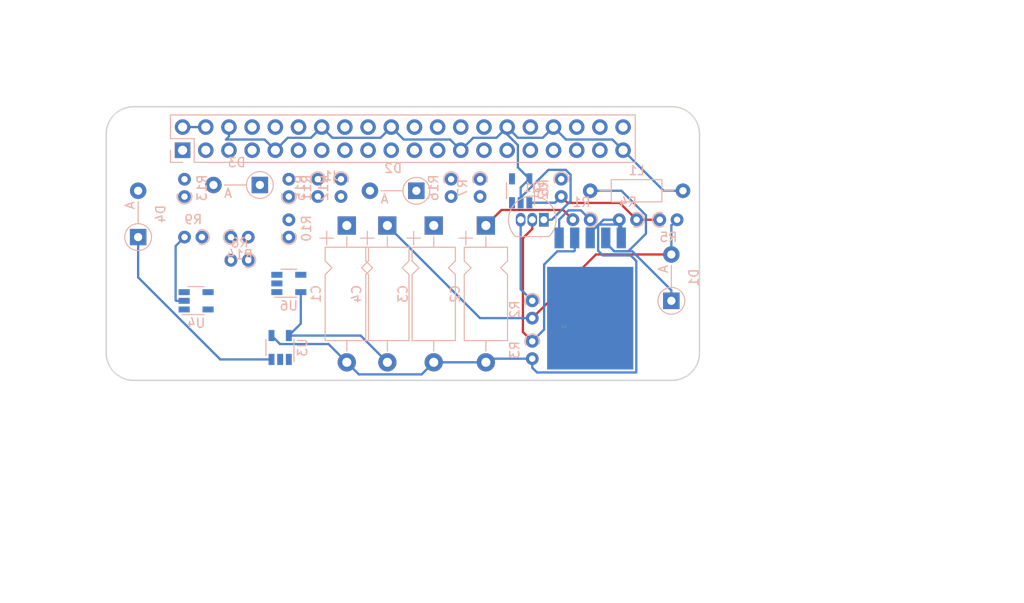
<source format=kicad_pcb>
(kicad_pcb (version 20171130) (host pcbnew "(5.1.9)-1")

  (general
    (thickness 1.6)
    (drawings 20)
    (tracks 117)
    (zones 0)
    (modules 36)
    (nets 52)
  )

  (page A4)
  (title_block
    (title "Raspberry Pi Zero (W) uHAT Template Board")
    (date 2019-02-28)
    (rev 1.0)
    (comment 1 "This PCB design is licensed under MIT Open Source License.")
  )

  (layers
    (0 F.Cu signal)
    (31 B.Cu signal)
    (32 B.Adhes user)
    (33 F.Adhes user)
    (34 B.Paste user)
    (35 F.Paste user)
    (36 B.SilkS user)
    (37 F.SilkS user)
    (38 B.Mask user)
    (39 F.Mask user)
    (40 Dwgs.User user)
    (41 Cmts.User user)
    (42 Eco1.User user)
    (43 Eco2.User user)
    (44 Edge.Cuts user)
    (45 Margin user)
    (46 B.CrtYd user)
    (47 F.CrtYd user)
    (48 B.Fab user hide)
    (49 F.Fab user hide)
  )

  (setup
    (last_trace_width 0.25)
    (trace_clearance 0.2)
    (zone_clearance 0.508)
    (zone_45_only no)
    (trace_min 0.2)
    (via_size 0.8)
    (via_drill 0.4)
    (via_min_size 0.4)
    (via_min_drill 0.3)
    (uvia_size 0.3)
    (uvia_drill 0.1)
    (uvias_allowed no)
    (uvia_min_size 0.2)
    (uvia_min_drill 0.1)
    (edge_width 0.15)
    (segment_width 0.2)
    (pcb_text_width 0.3)
    (pcb_text_size 1.5 1.5)
    (mod_edge_width 0.15)
    (mod_text_size 1 1)
    (mod_text_width 0.15)
    (pad_size 1.524 1.524)
    (pad_drill 0.762)
    (pad_to_mask_clearance 0.051)
    (solder_mask_min_width 0.25)
    (aux_axis_origin 0 0)
    (grid_origin 121.032 94.568)
    (visible_elements 7FFFFFFF)
    (pcbplotparams
      (layerselection 0x010fc_ffffffff)
      (usegerberextensions false)
      (usegerberattributes false)
      (usegerberadvancedattributes false)
      (creategerberjobfile false)
      (excludeedgelayer true)
      (linewidth 0.100000)
      (plotframeref false)
      (viasonmask false)
      (mode 1)
      (useauxorigin false)
      (hpglpennumber 1)
      (hpglpenspeed 20)
      (hpglpendiameter 15.000000)
      (psnegative false)
      (psa4output false)
      (plotreference true)
      (plotvalue true)
      (plotinvisibletext false)
      (padsonsilk false)
      (subtractmaskfromsilk false)
      (outputformat 1)
      (mirror false)
      (drillshape 1)
      (scaleselection 1)
      (outputdirectory ""))
  )

  (net 0 "")
  (net 1 +3V3)
  (net 2 /GPIO2_SDA1)
  (net 3 /GPIO3_SCL1)
  (net 4 GND)
  (net 5 /GPIO4_GPIO_GCLK)
  (net 6 /GPIO14_TXD0)
  (net 7 /GPIO15_RXD0)
  (net 8 /GPIO17_GEN0)
  (net 9 /GPIO18_GEN1)
  (net 10 /GPIO27_GEN2)
  (net 11 /GPIO22_GEN3)
  (net 12 /GPIO23_GEN4)
  (net 13 /GPIO24_GEN5)
  (net 14 /GPIO10_SPI_MOSI)
  (net 15 /GPIO9_SPI_MISO)
  (net 16 /GPIO25_GEN6)
  (net 17 /GPIO11_SPI_SCLK)
  (net 18 /GPIO8_SPI_CE0_N)
  (net 19 /GPIO7_SPI_CE1_N)
  (net 20 /ID_SD)
  (net 21 /ID_SC)
  (net 22 /GPIO5)
  (net 23 /GPIO6)
  (net 24 /GPIO12)
  (net 25 /GPIO13)
  (net 26 /GPIO19)
  (net 27 /GPIO16)
  (net 28 /GPIO26)
  (net 29 /GPIO20)
  (net 30 /GPIO21)
  (net 31 5V)
  (net 32 "Net-(C2-Pad1)")
  (net 33 "Net-(C3-Pad1)")
  (net 34 "V(out_spr)")
  (net 35 "Net-(D1-Pad1)")
  (net 36 "Net-(D2-Pad2)")
  (net 37 "Net-(D2-Pad1)")
  (net 38 "Net-(D3-Pad1)")
  (net 39 "Net-(D3-Pad2)")
  (net 40 "Net-(D4-Pad2)")
  (net 41 "Net-(D4-Pad1)")
  (net 42 "Net-(Q1-Pad2)")
  (net 43 "Net-(Q1-Pad3)")
  (net 44 "Net-(R4-Pad1)")
  (net 45 "Net-(R6-Pad1)")
  (net 46 "Net-(R8-Pad2)")
  (net 47 "Net-(R10-Pad1)")
  (net 48 "Net-(R10-Pad2)")
  (net 49 3.3V)
  (net 50 "Net-(R16-Pad2)")
  (net 51 "Net-(U1-Pad6)")

  (net_class Default "This is the default net class."
    (clearance 0.2)
    (trace_width 0.25)
    (via_dia 0.8)
    (via_drill 0.4)
    (uvia_dia 0.3)
    (uvia_drill 0.1)
    (add_net +3V3)
    (add_net /GPIO10_SPI_MOSI)
    (add_net /GPIO11_SPI_SCLK)
    (add_net /GPIO12)
    (add_net /GPIO13)
    (add_net /GPIO14_TXD0)
    (add_net /GPIO15_RXD0)
    (add_net /GPIO16)
    (add_net /GPIO17_GEN0)
    (add_net /GPIO18_GEN1)
    (add_net /GPIO19)
    (add_net /GPIO20)
    (add_net /GPIO21)
    (add_net /GPIO22_GEN3)
    (add_net /GPIO23_GEN4)
    (add_net /GPIO24_GEN5)
    (add_net /GPIO25_GEN6)
    (add_net /GPIO26)
    (add_net /GPIO27_GEN2)
    (add_net /GPIO2_SDA1)
    (add_net /GPIO3_SCL1)
    (add_net /GPIO4_GPIO_GCLK)
    (add_net /GPIO5)
    (add_net /GPIO6)
    (add_net /GPIO7_SPI_CE1_N)
    (add_net /GPIO8_SPI_CE0_N)
    (add_net /GPIO9_SPI_MISO)
    (add_net /ID_SC)
    (add_net /ID_SD)
    (add_net 3.3V)
    (add_net 5V)
    (add_net GND)
    (add_net "Net-(C2-Pad1)")
    (add_net "Net-(C3-Pad1)")
    (add_net "Net-(D1-Pad1)")
    (add_net "Net-(D2-Pad1)")
    (add_net "Net-(D2-Pad2)")
    (add_net "Net-(D3-Pad1)")
    (add_net "Net-(D3-Pad2)")
    (add_net "Net-(D4-Pad1)")
    (add_net "Net-(D4-Pad2)")
    (add_net "Net-(Q1-Pad2)")
    (add_net "Net-(Q1-Pad3)")
    (add_net "Net-(R10-Pad1)")
    (add_net "Net-(R10-Pad2)")
    (add_net "Net-(R16-Pad2)")
    (add_net "Net-(R4-Pad1)")
    (add_net "Net-(R6-Pad1)")
    (add_net "Net-(R8-Pad2)")
    (add_net "Net-(U1-Pad6)")
    (add_net "V(out_spr)")
  )

  (module lib:PinSocket_2x20_P2.54mm_Vertical_Centered_Anchor (layer B.Cu) (tedit 5C78E1B8) (tstamp 5C78EB08)
    (at 125.902 95.838 270)
    (descr "Through hole straight socket strip, 2x20, 2.54mm pitch, double cols (from Kicad 4.0.7), script generated")
    (tags "Through hole socket strip THT 2x20 2.54mm double row")
    (path /5C77771F)
    (fp_text reference J1 (at 2.8 -16.3) (layer B.SilkS)
      (effects (font (size 1 1) (thickness 0.15)) (justify mirror))
    )
    (fp_text value GPIO_CONNECTOR (at 2.7 -27.3) (layer B.Fab)
      (effects (font (size 1 1) (thickness 0.15)) (justify mirror))
    )
    (fp_line (start -3.81 1.27) (end 0.27 1.27) (layer B.Fab) (width 0.1))
    (fp_line (start 0.27 1.27) (end 1.27 0.27) (layer B.Fab) (width 0.1))
    (fp_line (start 1.27 0.27) (end 1.27 -49.53) (layer B.Fab) (width 0.1))
    (fp_line (start 1.27 -49.53) (end -3.81 -49.53) (layer B.Fab) (width 0.1))
    (fp_line (start -3.81 -49.53) (end -3.81 1.27) (layer B.Fab) (width 0.1))
    (fp_line (start -3.87 1.33) (end -1.27 1.33) (layer B.SilkS) (width 0.12))
    (fp_line (start -3.87 1.33) (end -3.87 -49.59) (layer B.SilkS) (width 0.12))
    (fp_line (start -3.87 -49.59) (end 1.33 -49.59) (layer B.SilkS) (width 0.12))
    (fp_line (start 1.33 -1.27) (end 1.33 -49.59) (layer B.SilkS) (width 0.12))
    (fp_line (start -1.27 -1.27) (end 1.33 -1.27) (layer B.SilkS) (width 0.12))
    (fp_line (start -1.27 1.33) (end -1.27 -1.27) (layer B.SilkS) (width 0.12))
    (fp_line (start 1.33 1.33) (end 1.33 0) (layer B.SilkS) (width 0.12))
    (fp_line (start 0 1.33) (end 1.33 1.33) (layer B.SilkS) (width 0.12))
    (fp_line (start -4.34 1.8) (end 1.76 1.8) (layer B.CrtYd) (width 0.05))
    (fp_line (start 1.76 1.8) (end 1.76 -50) (layer B.CrtYd) (width 0.05))
    (fp_line (start 1.76 -50) (end -4.34 -50) (layer B.CrtYd) (width 0.05))
    (fp_line (start -4.34 -50) (end -4.34 1.8) (layer B.CrtYd) (width 0.05))
    (fp_text user %R (at 2.8 -18.3 180) (layer B.Fab)
      (effects (font (size 1 1) (thickness 0.15)) (justify mirror))
    )
    (pad 1 thru_hole rect (at 0 0 270) (size 1.7 1.7) (drill 1) (layers *.Cu *.Mask)
      (net 1 +3V3))
    (pad 2 thru_hole oval (at -2.54 0 270) (size 1.7 1.7) (drill 1) (layers *.Cu *.Mask)
      (net 31 5V))
    (pad 3 thru_hole oval (at 0 -2.54 270) (size 1.7 1.7) (drill 1) (layers *.Cu *.Mask)
      (net 2 /GPIO2_SDA1))
    (pad 4 thru_hole oval (at -2.54 -2.54 270) (size 1.7 1.7) (drill 1) (layers *.Cu *.Mask)
      (net 31 5V))
    (pad 5 thru_hole oval (at 0 -5.08 270) (size 1.7 1.7) (drill 1) (layers *.Cu *.Mask)
      (net 3 /GPIO3_SCL1))
    (pad 6 thru_hole oval (at -2.54 -5.08 270) (size 1.7 1.7) (drill 1) (layers *.Cu *.Mask)
      (net 4 GND))
    (pad 7 thru_hole oval (at 0 -7.62 270) (size 1.7 1.7) (drill 1) (layers *.Cu *.Mask)
      (net 5 /GPIO4_GPIO_GCLK))
    (pad 8 thru_hole oval (at -2.54 -7.62 270) (size 1.7 1.7) (drill 1) (layers *.Cu *.Mask)
      (net 6 /GPIO14_TXD0))
    (pad 9 thru_hole oval (at 0 -10.16 270) (size 1.7 1.7) (drill 1) (layers *.Cu *.Mask)
      (net 4 GND))
    (pad 10 thru_hole oval (at -2.54 -10.16 270) (size 1.7 1.7) (drill 1) (layers *.Cu *.Mask)
      (net 7 /GPIO15_RXD0))
    (pad 11 thru_hole oval (at 0 -12.7 270) (size 1.7 1.7) (drill 1) (layers *.Cu *.Mask)
      (net 8 /GPIO17_GEN0))
    (pad 12 thru_hole oval (at -2.54 -12.7 270) (size 1.7 1.7) (drill 1) (layers *.Cu *.Mask)
      (net 9 /GPIO18_GEN1))
    (pad 13 thru_hole oval (at 0 -15.24 270) (size 1.7 1.7) (drill 1) (layers *.Cu *.Mask)
      (net 10 /GPIO27_GEN2))
    (pad 14 thru_hole oval (at -2.54 -15.24 270) (size 1.7 1.7) (drill 1) (layers *.Cu *.Mask)
      (net 4 GND))
    (pad 15 thru_hole oval (at 0 -17.78 270) (size 1.7 1.7) (drill 1) (layers *.Cu *.Mask)
      (net 11 /GPIO22_GEN3))
    (pad 16 thru_hole oval (at -2.54 -17.78 270) (size 1.7 1.7) (drill 1) (layers *.Cu *.Mask)
      (net 12 /GPIO23_GEN4))
    (pad 17 thru_hole oval (at 0 -20.32 270) (size 1.7 1.7) (drill 1) (layers *.Cu *.Mask)
      (net 1 +3V3))
    (pad 18 thru_hole oval (at -2.54 -20.32 270) (size 1.7 1.7) (drill 1) (layers *.Cu *.Mask)
      (net 13 /GPIO24_GEN5))
    (pad 19 thru_hole oval (at 0 -22.86 270) (size 1.7 1.7) (drill 1) (layers *.Cu *.Mask)
      (net 14 /GPIO10_SPI_MOSI))
    (pad 20 thru_hole oval (at -2.54 -22.86 270) (size 1.7 1.7) (drill 1) (layers *.Cu *.Mask)
      (net 4 GND))
    (pad 21 thru_hole oval (at 0 -25.4 270) (size 1.7 1.7) (drill 1) (layers *.Cu *.Mask)
      (net 15 /GPIO9_SPI_MISO))
    (pad 22 thru_hole oval (at -2.54 -25.4 270) (size 1.7 1.7) (drill 1) (layers *.Cu *.Mask)
      (net 16 /GPIO25_GEN6))
    (pad 23 thru_hole oval (at 0 -27.94 270) (size 1.7 1.7) (drill 1) (layers *.Cu *.Mask)
      (net 17 /GPIO11_SPI_SCLK))
    (pad 24 thru_hole oval (at -2.54 -27.94 270) (size 1.7 1.7) (drill 1) (layers *.Cu *.Mask)
      (net 18 /GPIO8_SPI_CE0_N))
    (pad 25 thru_hole oval (at 0 -30.48 270) (size 1.7 1.7) (drill 1) (layers *.Cu *.Mask)
      (net 4 GND))
    (pad 26 thru_hole oval (at -2.54 -30.48 270) (size 1.7 1.7) (drill 1) (layers *.Cu *.Mask)
      (net 19 /GPIO7_SPI_CE1_N))
    (pad 27 thru_hole oval (at 0 -33.02 270) (size 1.7 1.7) (drill 1) (layers *.Cu *.Mask)
      (net 20 /ID_SD))
    (pad 28 thru_hole oval (at -2.54 -33.02 270) (size 1.7 1.7) (drill 1) (layers *.Cu *.Mask)
      (net 21 /ID_SC))
    (pad 29 thru_hole oval (at 0 -35.56 270) (size 1.7 1.7) (drill 1) (layers *.Cu *.Mask)
      (net 22 /GPIO5))
    (pad 30 thru_hole oval (at -2.54 -35.56 270) (size 1.7 1.7) (drill 1) (layers *.Cu *.Mask)
      (net 4 GND))
    (pad 31 thru_hole oval (at 0 -38.1 270) (size 1.7 1.7) (drill 1) (layers *.Cu *.Mask)
      (net 23 /GPIO6))
    (pad 32 thru_hole oval (at -2.54 -38.1 270) (size 1.7 1.7) (drill 1) (layers *.Cu *.Mask)
      (net 24 /GPIO12))
    (pad 33 thru_hole oval (at 0 -40.64 270) (size 1.7 1.7) (drill 1) (layers *.Cu *.Mask)
      (net 25 /GPIO13))
    (pad 34 thru_hole oval (at -2.54 -40.64 270) (size 1.7 1.7) (drill 1) (layers *.Cu *.Mask)
      (net 4 GND))
    (pad 35 thru_hole oval (at 0 -43.18 270) (size 1.7 1.7) (drill 1) (layers *.Cu *.Mask)
      (net 26 /GPIO19))
    (pad 36 thru_hole oval (at -2.54 -43.18 270) (size 1.7 1.7) (drill 1) (layers *.Cu *.Mask)
      (net 27 /GPIO16))
    (pad 37 thru_hole oval (at 0 -45.72 270) (size 1.7 1.7) (drill 1) (layers *.Cu *.Mask)
      (net 28 /GPIO26))
    (pad 38 thru_hole oval (at -2.54 -45.72 270) (size 1.7 1.7) (drill 1) (layers *.Cu *.Mask)
      (net 29 /GPIO20))
    (pad 39 thru_hole oval (at 0 -48.26 270) (size 1.7 1.7) (drill 1) (layers *.Cu *.Mask)
      (net 4 GND))
    (pad 40 thru_hole oval (at -2.54 -48.26 270) (size 1.7 1.7) (drill 1) (layers *.Cu *.Mask)
      (net 30 /GPIO21))
    (model ${KISYS3DMOD}/Connector_PinSocket_2.54mm.3dshapes/PinSocket_2x20_P2.54mm_Vertical.wrl
      (at (xyz 0 0 0))
      (scale (xyz 1 1 1))
      (rotate (xyz 0 0 0))
    )
  )

  (module lib:MountingHole_2.7mm_M2.5_uHAT_RPi locked (layer F.Cu) (tedit 5C78B840) (tstamp 5C78BBE2)
    (at 121.032 94.568)
    (descr "Mounting Hole 2.7mm, no annular, M2.5")
    (tags "mounting hole 2.7mm no annular m2.5")
    (path /5C7C4C81)
    (attr virtual)
    (fp_text reference H1 (at 0 -3.7) (layer F.SilkS) hide
      (effects (font (size 1 1) (thickness 0.15)))
    )
    (fp_text value MountingHole (at 0 3.7) (layer F.Fab) hide
      (effects (font (size 1 1) (thickness 0.15)))
    )
    (fp_circle (center 0 0) (end 2.7 0) (layer Cmts.User) (width 0.15))
    (fp_circle (center 0 0) (end 2.95 0) (layer F.CrtYd) (width 0.05))
    (fp_text user %R (at 0.3 0) (layer F.Fab)
      (effects (font (size 1 1) (thickness 0.15)))
    )
    (pad "" np_thru_hole circle (at 0 0) (size 2.7 2.7) (drill 2.7) (layers *.Cu *.Mask)
      (clearance 1.75))
  )

  (module lib:MountingHole_2.7mm_M2.5_uHAT_RPi locked (layer F.Cu) (tedit 5C78B867) (tstamp 5C78BBE9)
    (at 179.032 94.568)
    (descr "Mounting Hole 2.7mm, no annular, M2.5")
    (tags "mounting hole 2.7mm no annular m2.5")
    (path /5C7C7FBC)
    (attr virtual)
    (fp_text reference H2 (at 0 -3.7) (layer F.SilkS) hide
      (effects (font (size 1 1) (thickness 0.15)))
    )
    (fp_text value MountingHole (at 0 3.7) (layer F.Fab) hide
      (effects (font (size 1 1) (thickness 0.15)))
    )
    (fp_circle (center 0 0) (end 2.95 0) (layer F.CrtYd) (width 0.05))
    (fp_circle (center 0 0) (end 2.7 0) (layer Cmts.User) (width 0.15))
    (fp_text user %R (at 0.3 0) (layer F.Fab)
      (effects (font (size 1 1) (thickness 0.15)))
    )
    (pad "" np_thru_hole circle (at 0 0) (size 2.7 2.7) (drill 2.7) (layers *.Cu *.Mask)
      (clearance 1.75))
  )

  (module lib:MountingHole_2.7mm_M2.5_uHAT_RPi locked (layer F.Cu) (tedit 5C78B860) (tstamp 5C78BBF0)
    (at 179.032 117.568)
    (descr "Mounting Hole 2.7mm, no annular, M2.5")
    (tags "mounting hole 2.7mm no annular m2.5")
    (path /5C7C8014)
    (attr virtual)
    (fp_text reference H3 (at 0 -3.7) (layer F.SilkS) hide
      (effects (font (size 1 1) (thickness 0.15)))
    )
    (fp_text value MountingHole (at 0 3.7) (layer F.Fab) hide
      (effects (font (size 1 1) (thickness 0.15)))
    )
    (fp_circle (center 0 0) (end 2.7 0) (layer Cmts.User) (width 0.15))
    (fp_circle (center 0 0) (end 2.95 0) (layer F.CrtYd) (width 0.05))
    (fp_text user %R (at 0.3 0) (layer F.Fab)
      (effects (font (size 1 1) (thickness 0.15)))
    )
    (pad "" np_thru_hole circle (at 0 0) (size 2.7 2.7) (drill 2.7) (layers *.Cu *.Mask)
      (clearance 1.75))
  )

  (module lib:MountingHole_2.7mm_M2.5_uHAT_RPi locked (layer F.Cu) (tedit 5C78B845) (tstamp 5C78BBF7)
    (at 121.032 117.568)
    (descr "Mounting Hole 2.7mm, no annular, M2.5")
    (tags "mounting hole 2.7mm no annular m2.5")
    (path /5C7C8030)
    (attr virtual)
    (fp_text reference H4 (at 0 -3.7) (layer F.SilkS) hide
      (effects (font (size 1 1) (thickness 0.15)))
    )
    (fp_text value MountingHole (at 0 3.7) (layer F.Fab) hide
      (effects (font (size 1 1) (thickness 0.15)))
    )
    (fp_circle (center 0 0) (end 2.95 0) (layer F.CrtYd) (width 0.05))
    (fp_circle (center 0 0) (end 2.7 0) (layer Cmts.User) (width 0.15))
    (fp_text user %R (at 0.3 0) (layer F.Fab)
      (effects (font (size 1 1) (thickness 0.15)))
    )
    (pad "" np_thru_hole circle (at 0 0) (size 2.7 2.7) (drill 2.7) (layers *.Cu *.Mask)
      (clearance 1.75))
  )

  (module Capacitor_THT:CP_Axial_L10.0mm_D4.5mm_P15.00mm_Horizontal (layer B.Cu) (tedit 5AE50EF2) (tstamp 60BBF4A2)
    (at 143.892 104.093 270)
    (descr "CP, Axial series, Axial, Horizontal, pin pitch=15mm, , length*diameter=10*4.5mm^2, Electrolytic Capacitor, , http://www.vishay.com/docs/28325/021asm.pdf")
    (tags "CP Axial series Axial Horizontal pin pitch 15mm  length 10mm diameter 4.5mm Electrolytic Capacitor")
    (path /60BE89FC/60BA9BF0)
    (fp_text reference C1 (at 7.5 3.37 270) (layer B.SilkS)
      (effects (font (size 1 1) (thickness 0.15)) (justify mirror))
    )
    (fp_text value 33µ (at 7.5 -3.37 270) (layer B.Fab)
      (effects (font (size 1 1) (thickness 0.15)) (justify mirror))
    )
    (fp_line (start 16.25 2.5) (end -1.25 2.5) (layer B.CrtYd) (width 0.05))
    (fp_line (start 16.25 -2.5) (end 16.25 2.5) (layer B.CrtYd) (width 0.05))
    (fp_line (start -1.25 -2.5) (end 16.25 -2.5) (layer B.CrtYd) (width 0.05))
    (fp_line (start -1.25 2.5) (end -1.25 -2.5) (layer B.CrtYd) (width 0.05))
    (fp_line (start 13.76 0) (end 12.62 0) (layer B.SilkS) (width 0.12))
    (fp_line (start 1.24 0) (end 2.38 0) (layer B.SilkS) (width 0.12))
    (fp_line (start 5.38 -2.37) (end 12.62 -2.37) (layer B.SilkS) (width 0.12))
    (fp_line (start 4.63 -1.62) (end 5.38 -2.37) (layer B.SilkS) (width 0.12))
    (fp_line (start 3.88 -2.37) (end 4.63 -1.62) (layer B.SilkS) (width 0.12))
    (fp_line (start 2.38 -2.37) (end 3.88 -2.37) (layer B.SilkS) (width 0.12))
    (fp_line (start 5.38 2.37) (end 12.62 2.37) (layer B.SilkS) (width 0.12))
    (fp_line (start 4.63 1.62) (end 5.38 2.37) (layer B.SilkS) (width 0.12))
    (fp_line (start 3.88 2.37) (end 4.63 1.62) (layer B.SilkS) (width 0.12))
    (fp_line (start 2.38 2.37) (end 3.88 2.37) (layer B.SilkS) (width 0.12))
    (fp_line (start 12.62 2.37) (end 12.62 -2.37) (layer B.SilkS) (width 0.12))
    (fp_line (start 2.38 2.37) (end 2.38 -2.37) (layer B.SilkS) (width 0.12))
    (fp_line (start 1.38 2.95) (end 1.38 1.45) (layer B.SilkS) (width 0.12))
    (fp_line (start 0.63 2.2) (end 2.13 2.2) (layer B.SilkS) (width 0.12))
    (fp_line (start 4.65 0.75) (end 4.65 -0.75) (layer B.Fab) (width 0.1))
    (fp_line (start 3.9 0) (end 5.4 0) (layer B.Fab) (width 0.1))
    (fp_line (start 15 0) (end 12.5 0) (layer B.Fab) (width 0.1))
    (fp_line (start 0 0) (end 2.5 0) (layer B.Fab) (width 0.1))
    (fp_line (start 5.38 -2.25) (end 12.5 -2.25) (layer B.Fab) (width 0.1))
    (fp_line (start 4.63 -1.5) (end 5.38 -2.25) (layer B.Fab) (width 0.1))
    (fp_line (start 3.88 -2.25) (end 4.63 -1.5) (layer B.Fab) (width 0.1))
    (fp_line (start 2.5 -2.25) (end 3.88 -2.25) (layer B.Fab) (width 0.1))
    (fp_line (start 5.38 2.25) (end 12.5 2.25) (layer B.Fab) (width 0.1))
    (fp_line (start 4.63 1.5) (end 5.38 2.25) (layer B.Fab) (width 0.1))
    (fp_line (start 3.88 2.25) (end 4.63 1.5) (layer B.Fab) (width 0.1))
    (fp_line (start 2.5 2.25) (end 3.88 2.25) (layer B.Fab) (width 0.1))
    (fp_line (start 12.5 2.25) (end 12.5 -2.25) (layer B.Fab) (width 0.1))
    (fp_line (start 2.5 2.25) (end 2.5 -2.25) (layer B.Fab) (width 0.1))
    (fp_text user %R (at 7.5 0 270) (layer B.Fab)
      (effects (font (size 1 1) (thickness 0.15)) (justify mirror))
    )
    (pad 2 thru_hole oval (at 15 0 270) (size 2 2) (drill 1) (layers *.Cu *.Mask)
      (net 31 5V))
    (pad 1 thru_hole rect (at 0 0 270) (size 2 2) (drill 1) (layers *.Cu *.Mask)
      (net 4 GND))
    (model ${KISYS3DMOD}/Capacitor_THT.3dshapes/CP_Axial_L10.0mm_D4.5mm_P15.00mm_Horizontal.wrl
      (at (xyz 0 0 0))
      (scale (xyz 1 1 1))
      (rotate (xyz 0 0 0))
    )
  )

  (module Capacitor_THT:CP_Axial_L10.0mm_D4.5mm_P15.00mm_Horizontal (layer B.Cu) (tedit 5AE50EF2) (tstamp 60BBF4C9)
    (at 159.132 104.093 270)
    (descr "CP, Axial series, Axial, Horizontal, pin pitch=15mm, , length*diameter=10*4.5mm^2, Electrolytic Capacitor, , http://www.vishay.com/docs/28325/021asm.pdf")
    (tags "CP Axial series Axial Horizontal pin pitch 15mm  length 10mm diameter 4.5mm Electrolytic Capacitor")
    (path /60BE89FC/60B978AC)
    (fp_text reference C2 (at 7.5 3.37 270) (layer B.SilkS)
      (effects (font (size 1 1) (thickness 0.15)) (justify mirror))
    )
    (fp_text value 0.22µ (at 7.5 -3.37 270) (layer B.Fab)
      (effects (font (size 1 1) (thickness 0.15)) (justify mirror))
    )
    (fp_line (start 16.25 2.5) (end -1.25 2.5) (layer B.CrtYd) (width 0.05))
    (fp_line (start 16.25 -2.5) (end 16.25 2.5) (layer B.CrtYd) (width 0.05))
    (fp_line (start -1.25 -2.5) (end 16.25 -2.5) (layer B.CrtYd) (width 0.05))
    (fp_line (start -1.25 2.5) (end -1.25 -2.5) (layer B.CrtYd) (width 0.05))
    (fp_line (start 13.76 0) (end 12.62 0) (layer B.SilkS) (width 0.12))
    (fp_line (start 1.24 0) (end 2.38 0) (layer B.SilkS) (width 0.12))
    (fp_line (start 5.38 -2.37) (end 12.62 -2.37) (layer B.SilkS) (width 0.12))
    (fp_line (start 4.63 -1.62) (end 5.38 -2.37) (layer B.SilkS) (width 0.12))
    (fp_line (start 3.88 -2.37) (end 4.63 -1.62) (layer B.SilkS) (width 0.12))
    (fp_line (start 2.38 -2.37) (end 3.88 -2.37) (layer B.SilkS) (width 0.12))
    (fp_line (start 5.38 2.37) (end 12.62 2.37) (layer B.SilkS) (width 0.12))
    (fp_line (start 4.63 1.62) (end 5.38 2.37) (layer B.SilkS) (width 0.12))
    (fp_line (start 3.88 2.37) (end 4.63 1.62) (layer B.SilkS) (width 0.12))
    (fp_line (start 2.38 2.37) (end 3.88 2.37) (layer B.SilkS) (width 0.12))
    (fp_line (start 12.62 2.37) (end 12.62 -2.37) (layer B.SilkS) (width 0.12))
    (fp_line (start 2.38 2.37) (end 2.38 -2.37) (layer B.SilkS) (width 0.12))
    (fp_line (start 1.38 2.95) (end 1.38 1.45) (layer B.SilkS) (width 0.12))
    (fp_line (start 0.63 2.2) (end 2.13 2.2) (layer B.SilkS) (width 0.12))
    (fp_line (start 4.65 0.75) (end 4.65 -0.75) (layer B.Fab) (width 0.1))
    (fp_line (start 3.9 0) (end 5.4 0) (layer B.Fab) (width 0.1))
    (fp_line (start 15 0) (end 12.5 0) (layer B.Fab) (width 0.1))
    (fp_line (start 0 0) (end 2.5 0) (layer B.Fab) (width 0.1))
    (fp_line (start 5.38 -2.25) (end 12.5 -2.25) (layer B.Fab) (width 0.1))
    (fp_line (start 4.63 -1.5) (end 5.38 -2.25) (layer B.Fab) (width 0.1))
    (fp_line (start 3.88 -2.25) (end 4.63 -1.5) (layer B.Fab) (width 0.1))
    (fp_line (start 2.5 -2.25) (end 3.88 -2.25) (layer B.Fab) (width 0.1))
    (fp_line (start 5.38 2.25) (end 12.5 2.25) (layer B.Fab) (width 0.1))
    (fp_line (start 4.63 1.5) (end 5.38 2.25) (layer B.Fab) (width 0.1))
    (fp_line (start 3.88 2.25) (end 4.63 1.5) (layer B.Fab) (width 0.1))
    (fp_line (start 2.5 2.25) (end 3.88 2.25) (layer B.Fab) (width 0.1))
    (fp_line (start 12.5 2.25) (end 12.5 -2.25) (layer B.Fab) (width 0.1))
    (fp_line (start 2.5 2.25) (end 2.5 -2.25) (layer B.Fab) (width 0.1))
    (fp_text user %R (at 7.5 0 270) (layer B.Fab)
      (effects (font (size 1 1) (thickness 0.15)) (justify mirror))
    )
    (pad 2 thru_hole oval (at 15 0 270) (size 2 2) (drill 1) (layers *.Cu *.Mask)
      (net 31 5V))
    (pad 1 thru_hole rect (at 0 0 270) (size 2 2) (drill 1) (layers *.Cu *.Mask)
      (net 32 "Net-(C2-Pad1)"))
    (model ${KISYS3DMOD}/Capacitor_THT.3dshapes/CP_Axial_L10.0mm_D4.5mm_P15.00mm_Horizontal.wrl
      (at (xyz 0 0 0))
      (scale (xyz 1 1 1))
      (rotate (xyz 0 0 0))
    )
  )

  (module Capacitor_THT:CP_Axial_L10.0mm_D4.5mm_P15.00mm_Horizontal (layer B.Cu) (tedit 5AE50EF2) (tstamp 60BBF4F0)
    (at 153.417 104.093 270)
    (descr "CP, Axial series, Axial, Horizontal, pin pitch=15mm, , length*diameter=10*4.5mm^2, Electrolytic Capacitor, , http://www.vishay.com/docs/28325/021asm.pdf")
    (tags "CP Axial series Axial Horizontal pin pitch 15mm  length 10mm diameter 4.5mm Electrolytic Capacitor")
    (path /60BE89FC/60B961E9)
    (fp_text reference C3 (at 7.5 3.37 270) (layer B.SilkS)
      (effects (font (size 1 1) (thickness 0.15)) (justify mirror))
    )
    (fp_text value 0.01µ (at 7.5 -3.37 270) (layer B.Fab)
      (effects (font (size 1 1) (thickness 0.15)) (justify mirror))
    )
    (fp_line (start 2.5 2.25) (end 2.5 -2.25) (layer B.Fab) (width 0.1))
    (fp_line (start 12.5 2.25) (end 12.5 -2.25) (layer B.Fab) (width 0.1))
    (fp_line (start 2.5 2.25) (end 3.88 2.25) (layer B.Fab) (width 0.1))
    (fp_line (start 3.88 2.25) (end 4.63 1.5) (layer B.Fab) (width 0.1))
    (fp_line (start 4.63 1.5) (end 5.38 2.25) (layer B.Fab) (width 0.1))
    (fp_line (start 5.38 2.25) (end 12.5 2.25) (layer B.Fab) (width 0.1))
    (fp_line (start 2.5 -2.25) (end 3.88 -2.25) (layer B.Fab) (width 0.1))
    (fp_line (start 3.88 -2.25) (end 4.63 -1.5) (layer B.Fab) (width 0.1))
    (fp_line (start 4.63 -1.5) (end 5.38 -2.25) (layer B.Fab) (width 0.1))
    (fp_line (start 5.38 -2.25) (end 12.5 -2.25) (layer B.Fab) (width 0.1))
    (fp_line (start 0 0) (end 2.5 0) (layer B.Fab) (width 0.1))
    (fp_line (start 15 0) (end 12.5 0) (layer B.Fab) (width 0.1))
    (fp_line (start 3.9 0) (end 5.4 0) (layer B.Fab) (width 0.1))
    (fp_line (start 4.65 0.75) (end 4.65 -0.75) (layer B.Fab) (width 0.1))
    (fp_line (start 0.63 2.2) (end 2.13 2.2) (layer B.SilkS) (width 0.12))
    (fp_line (start 1.38 2.95) (end 1.38 1.45) (layer B.SilkS) (width 0.12))
    (fp_line (start 2.38 2.37) (end 2.38 -2.37) (layer B.SilkS) (width 0.12))
    (fp_line (start 12.62 2.37) (end 12.62 -2.37) (layer B.SilkS) (width 0.12))
    (fp_line (start 2.38 2.37) (end 3.88 2.37) (layer B.SilkS) (width 0.12))
    (fp_line (start 3.88 2.37) (end 4.63 1.62) (layer B.SilkS) (width 0.12))
    (fp_line (start 4.63 1.62) (end 5.38 2.37) (layer B.SilkS) (width 0.12))
    (fp_line (start 5.38 2.37) (end 12.62 2.37) (layer B.SilkS) (width 0.12))
    (fp_line (start 2.38 -2.37) (end 3.88 -2.37) (layer B.SilkS) (width 0.12))
    (fp_line (start 3.88 -2.37) (end 4.63 -1.62) (layer B.SilkS) (width 0.12))
    (fp_line (start 4.63 -1.62) (end 5.38 -2.37) (layer B.SilkS) (width 0.12))
    (fp_line (start 5.38 -2.37) (end 12.62 -2.37) (layer B.SilkS) (width 0.12))
    (fp_line (start 1.24 0) (end 2.38 0) (layer B.SilkS) (width 0.12))
    (fp_line (start 13.76 0) (end 12.62 0) (layer B.SilkS) (width 0.12))
    (fp_line (start -1.25 2.5) (end -1.25 -2.5) (layer B.CrtYd) (width 0.05))
    (fp_line (start -1.25 -2.5) (end 16.25 -2.5) (layer B.CrtYd) (width 0.05))
    (fp_line (start 16.25 -2.5) (end 16.25 2.5) (layer B.CrtYd) (width 0.05))
    (fp_line (start 16.25 2.5) (end -1.25 2.5) (layer B.CrtYd) (width 0.05))
    (fp_text user %R (at 7.5 0 270) (layer B.Fab)
      (effects (font (size 1 1) (thickness 0.15)) (justify mirror))
    )
    (pad 1 thru_hole rect (at 0 0 270) (size 2 2) (drill 1) (layers *.Cu *.Mask)
      (net 33 "Net-(C3-Pad1)"))
    (pad 2 thru_hole oval (at 15 0 270) (size 2 2) (drill 1) (layers *.Cu *.Mask)
      (net 31 5V))
    (model ${KISYS3DMOD}/Capacitor_THT.3dshapes/CP_Axial_L10.0mm_D4.5mm_P15.00mm_Horizontal.wrl
      (at (xyz 0 0 0))
      (scale (xyz 1 1 1))
      (rotate (xyz 0 0 0))
    )
  )

  (module Capacitor_THT:CP_Axial_L10.0mm_D4.5mm_P15.00mm_Horizontal (layer B.Cu) (tedit 5AE50EF2) (tstamp 60BBF517)
    (at 148.337 104.093 270)
    (descr "CP, Axial series, Axial, Horizontal, pin pitch=15mm, , length*diameter=10*4.5mm^2, Electrolytic Capacitor, , http://www.vishay.com/docs/28325/021asm.pdf")
    (tags "CP Axial series Axial Horizontal pin pitch 15mm  length 10mm diameter 4.5mm Electrolytic Capacitor")
    (path /60BE89FC/60BA234D)
    (fp_text reference C4 (at 7.5 3.37 270) (layer B.SilkS)
      (effects (font (size 1 1) (thickness 0.15)) (justify mirror))
    )
    (fp_text value 470µ (at 7.5 -3.37 270) (layer B.Fab)
      (effects (font (size 1 1) (thickness 0.15)) (justify mirror))
    )
    (fp_line (start 2.5 2.25) (end 2.5 -2.25) (layer B.Fab) (width 0.1))
    (fp_line (start 12.5 2.25) (end 12.5 -2.25) (layer B.Fab) (width 0.1))
    (fp_line (start 2.5 2.25) (end 3.88 2.25) (layer B.Fab) (width 0.1))
    (fp_line (start 3.88 2.25) (end 4.63 1.5) (layer B.Fab) (width 0.1))
    (fp_line (start 4.63 1.5) (end 5.38 2.25) (layer B.Fab) (width 0.1))
    (fp_line (start 5.38 2.25) (end 12.5 2.25) (layer B.Fab) (width 0.1))
    (fp_line (start 2.5 -2.25) (end 3.88 -2.25) (layer B.Fab) (width 0.1))
    (fp_line (start 3.88 -2.25) (end 4.63 -1.5) (layer B.Fab) (width 0.1))
    (fp_line (start 4.63 -1.5) (end 5.38 -2.25) (layer B.Fab) (width 0.1))
    (fp_line (start 5.38 -2.25) (end 12.5 -2.25) (layer B.Fab) (width 0.1))
    (fp_line (start 0 0) (end 2.5 0) (layer B.Fab) (width 0.1))
    (fp_line (start 15 0) (end 12.5 0) (layer B.Fab) (width 0.1))
    (fp_line (start 3.9 0) (end 5.4 0) (layer B.Fab) (width 0.1))
    (fp_line (start 4.65 0.75) (end 4.65 -0.75) (layer B.Fab) (width 0.1))
    (fp_line (start 0.63 2.2) (end 2.13 2.2) (layer B.SilkS) (width 0.12))
    (fp_line (start 1.38 2.95) (end 1.38 1.45) (layer B.SilkS) (width 0.12))
    (fp_line (start 2.38 2.37) (end 2.38 -2.37) (layer B.SilkS) (width 0.12))
    (fp_line (start 12.62 2.37) (end 12.62 -2.37) (layer B.SilkS) (width 0.12))
    (fp_line (start 2.38 2.37) (end 3.88 2.37) (layer B.SilkS) (width 0.12))
    (fp_line (start 3.88 2.37) (end 4.63 1.62) (layer B.SilkS) (width 0.12))
    (fp_line (start 4.63 1.62) (end 5.38 2.37) (layer B.SilkS) (width 0.12))
    (fp_line (start 5.38 2.37) (end 12.62 2.37) (layer B.SilkS) (width 0.12))
    (fp_line (start 2.38 -2.37) (end 3.88 -2.37) (layer B.SilkS) (width 0.12))
    (fp_line (start 3.88 -2.37) (end 4.63 -1.62) (layer B.SilkS) (width 0.12))
    (fp_line (start 4.63 -1.62) (end 5.38 -2.37) (layer B.SilkS) (width 0.12))
    (fp_line (start 5.38 -2.37) (end 12.62 -2.37) (layer B.SilkS) (width 0.12))
    (fp_line (start 1.24 0) (end 2.38 0) (layer B.SilkS) (width 0.12))
    (fp_line (start 13.76 0) (end 12.62 0) (layer B.SilkS) (width 0.12))
    (fp_line (start -1.25 2.5) (end -1.25 -2.5) (layer B.CrtYd) (width 0.05))
    (fp_line (start -1.25 -2.5) (end 16.25 -2.5) (layer B.CrtYd) (width 0.05))
    (fp_line (start 16.25 -2.5) (end 16.25 2.5) (layer B.CrtYd) (width 0.05))
    (fp_line (start 16.25 2.5) (end -1.25 2.5) (layer B.CrtYd) (width 0.05))
    (fp_text user %R (at 7.5 0 270) (layer B.Fab)
      (effects (font (size 1 1) (thickness 0.15)) (justify mirror))
    )
    (pad 1 thru_hole rect (at 0 0 270) (size 2 2) (drill 1) (layers *.Cu *.Mask)
      (net 34 "V(out_spr)"))
    (pad 2 thru_hole oval (at 15 0 270) (size 2 2) (drill 1) (layers *.Cu *.Mask)
      (net 4 GND))
    (model ${KISYS3DMOD}/Capacitor_THT.3dshapes/CP_Axial_L10.0mm_D4.5mm_P15.00mm_Horizontal.wrl
      (at (xyz 0 0 0))
      (scale (xyz 1 1 1))
      (rotate (xyz 0 0 0))
    )
  )

  (module Diode_THT:D_A-405_P5.08mm_Vertical_AnodeUp (layer B.Cu) (tedit 5AE50CD5) (tstamp 60BBF528)
    (at 179.452 112.348 90)
    (descr "Diode, A-405 series, Axial, Vertical, pin pitch=5.08mm, , length*diameter=5.2*2.7mm^2, , http://www.diodes.com/_files/packages/A-405.pdf")
    (tags "Diode A-405 series Axial Vertical pin pitch 5.08mm  length 5.2mm diameter 2.7mm")
    (path /60BE89FC/60BA4B5E)
    (fp_text reference D1 (at 2.54 2.47 270) (layer B.SilkS)
      (effects (font (size 1 1) (thickness 0.15)) (justify mirror))
    )
    (fp_text value D (at 2.54 -2.47 270) (layer B.Fab)
      (effects (font (size 1 1) (thickness 0.15)) (justify mirror))
    )
    (fp_circle (center 0 0) (end 1.35 0) (layer B.Fab) (width 0.1))
    (fp_circle (center 0 0) (end 1.47 0) (layer B.SilkS) (width 0.12))
    (fp_line (start 0 0) (end 5.08 0) (layer B.Fab) (width 0.1))
    (fp_line (start 1.47 0) (end 3.88 0) (layer B.SilkS) (width 0.12))
    (fp_line (start -1.6 1.6) (end -1.6 -1.6) (layer B.CrtYd) (width 0.05))
    (fp_line (start -1.6 -1.6) (end 6.23 -1.6) (layer B.CrtYd) (width 0.05))
    (fp_line (start 6.23 -1.6) (end 6.23 1.6) (layer B.CrtYd) (width 0.05))
    (fp_line (start 6.23 1.6) (end -1.6 1.6) (layer B.CrtYd) (width 0.05))
    (fp_text user %R (at 2.54 2.47 270) (layer B.Fab)
      (effects (font (size 1 1) (thickness 0.15)) (justify mirror))
    )
    (fp_text user A (at 3.48 -0.9 270) (layer B.Fab)
      (effects (font (size 1 1) (thickness 0.15)) (justify mirror))
    )
    (fp_text user A (at 3.48 -0.9 270) (layer B.SilkS)
      (effects (font (size 1 1) (thickness 0.15)) (justify mirror))
    )
    (pad 1 thru_hole rect (at 0 0 90) (size 1.8 1.8) (drill 0.9) (layers *.Cu *.Mask)
      (net 35 "Net-(D1-Pad1)"))
    (pad 2 thru_hole oval (at 5.08 0 90) (size 1.8 1.8) (drill 0.9) (layers *.Cu *.Mask)
      (net 34 "V(out_spr)"))
    (model ${KISYS3DMOD}/Diode_THT.3dshapes/D_A-405_P5.08mm_Vertical_AnodeUp.wrl
      (at (xyz 0 0 0))
      (scale (xyz 1 1 1))
      (rotate (xyz 0 0 0))
    )
  )

  (module Diode_THT:D_A-405_P5.08mm_Vertical_AnodeUp (layer B.Cu) (tedit 5AE50CD5) (tstamp 60BBF539)
    (at 151.512 100.283 180)
    (descr "Diode, A-405 series, Axial, Vertical, pin pitch=5.08mm, , length*diameter=5.2*2.7mm^2, , http://www.diodes.com/_files/packages/A-405.pdf")
    (tags "Diode A-405 series Axial Vertical pin pitch 5.08mm  length 5.2mm diameter 2.7mm")
    (path /60BE8D90/60B9BB37)
    (fp_text reference D2 (at 2.54 2.47) (layer B.SilkS)
      (effects (font (size 1 1) (thickness 0.15)) (justify mirror))
    )
    (fp_text value D (at 2.54 -2.47) (layer B.Fab)
      (effects (font (size 1 1) (thickness 0.15)) (justify mirror))
    )
    (fp_line (start 6.23 1.6) (end -1.6 1.6) (layer B.CrtYd) (width 0.05))
    (fp_line (start 6.23 -1.6) (end 6.23 1.6) (layer B.CrtYd) (width 0.05))
    (fp_line (start -1.6 -1.6) (end 6.23 -1.6) (layer B.CrtYd) (width 0.05))
    (fp_line (start -1.6 1.6) (end -1.6 -1.6) (layer B.CrtYd) (width 0.05))
    (fp_line (start 1.47 0) (end 3.88 0) (layer B.SilkS) (width 0.12))
    (fp_line (start 0 0) (end 5.08 0) (layer B.Fab) (width 0.1))
    (fp_circle (center 0 0) (end 1.47 0) (layer B.SilkS) (width 0.12))
    (fp_circle (center 0 0) (end 1.35 0) (layer B.Fab) (width 0.1))
    (fp_text user A (at 3.48 -0.9) (layer B.SilkS)
      (effects (font (size 1 1) (thickness 0.15)) (justify mirror))
    )
    (fp_text user A (at 3.48 -0.9) (layer B.Fab)
      (effects (font (size 1 1) (thickness 0.15)) (justify mirror))
    )
    (fp_text user %R (at 2.54 2.47) (layer B.Fab)
      (effects (font (size 1 1) (thickness 0.15)) (justify mirror))
    )
    (pad 2 thru_hole oval (at 5.08 0 180) (size 1.8 1.8) (drill 0.9) (layers *.Cu *.Mask)
      (net 36 "Net-(D2-Pad2)"))
    (pad 1 thru_hole rect (at 0 0 180) (size 1.8 1.8) (drill 0.9) (layers *.Cu *.Mask)
      (net 37 "Net-(D2-Pad1)"))
    (model ${KISYS3DMOD}/Diode_THT.3dshapes/D_A-405_P5.08mm_Vertical_AnodeUp.wrl
      (at (xyz 0 0 0))
      (scale (xyz 1 1 1))
      (rotate (xyz 0 0 0))
    )
  )

  (module Diode_THT:D_A-405_P5.08mm_Vertical_AnodeUp (layer B.Cu) (tedit 5AE50CD5) (tstamp 60BBF54A)
    (at 134.367 99.648 180)
    (descr "Diode, A-405 series, Axial, Vertical, pin pitch=5.08mm, , length*diameter=5.2*2.7mm^2, , http://www.diodes.com/_files/packages/A-405.pdf")
    (tags "Diode A-405 series Axial Vertical pin pitch 5.08mm  length 5.2mm diameter 2.7mm")
    (path /60BE8D90/60B9B60A)
    (fp_text reference D3 (at 2.54 2.47) (layer B.SilkS)
      (effects (font (size 1 1) (thickness 0.15)) (justify mirror))
    )
    (fp_text value D (at 2.54 -2.47) (layer B.Fab)
      (effects (font (size 1 1) (thickness 0.15)) (justify mirror))
    )
    (fp_circle (center 0 0) (end 1.35 0) (layer B.Fab) (width 0.1))
    (fp_circle (center 0 0) (end 1.47 0) (layer B.SilkS) (width 0.12))
    (fp_line (start 0 0) (end 5.08 0) (layer B.Fab) (width 0.1))
    (fp_line (start 1.47 0) (end 3.88 0) (layer B.SilkS) (width 0.12))
    (fp_line (start -1.6 1.6) (end -1.6 -1.6) (layer B.CrtYd) (width 0.05))
    (fp_line (start -1.6 -1.6) (end 6.23 -1.6) (layer B.CrtYd) (width 0.05))
    (fp_line (start 6.23 -1.6) (end 6.23 1.6) (layer B.CrtYd) (width 0.05))
    (fp_line (start 6.23 1.6) (end -1.6 1.6) (layer B.CrtYd) (width 0.05))
    (fp_text user %R (at 2.54 2.47) (layer B.Fab)
      (effects (font (size 1 1) (thickness 0.15)) (justify mirror))
    )
    (fp_text user A (at 3.48 -0.9) (layer B.Fab)
      (effects (font (size 1 1) (thickness 0.15)) (justify mirror))
    )
    (fp_text user A (at 3.48 -0.9) (layer B.SilkS)
      (effects (font (size 1 1) (thickness 0.15)) (justify mirror))
    )
    (pad 1 thru_hole rect (at 0 0 180) (size 1.8 1.8) (drill 0.9) (layers *.Cu *.Mask)
      (net 38 "Net-(D3-Pad1)"))
    (pad 2 thru_hole oval (at 5.08 0 180) (size 1.8 1.8) (drill 0.9) (layers *.Cu *.Mask)
      (net 39 "Net-(D3-Pad2)"))
    (model ${KISYS3DMOD}/Diode_THT.3dshapes/D_A-405_P5.08mm_Vertical_AnodeUp.wrl
      (at (xyz 0 0 0))
      (scale (xyz 1 1 1))
      (rotate (xyz 0 0 0))
    )
  )

  (module Diode_THT:D_A-405_P5.08mm_Vertical_AnodeUp (layer B.Cu) (tedit 5AE50CD5) (tstamp 60BBF444)
    (at 121.032 105.363 90)
    (descr "Diode, A-405 series, Axial, Vertical, pin pitch=5.08mm, , length*diameter=5.2*2.7mm^2, , http://www.diodes.com/_files/packages/A-405.pdf")
    (tags "Diode A-405 series Axial Vertical pin pitch 5.08mm  length 5.2mm diameter 2.7mm")
    (path /60BE8D90/60B9AC52)
    (fp_text reference D4 (at 2.54 2.47 270) (layer B.SilkS)
      (effects (font (size 1 1) (thickness 0.15)) (justify mirror))
    )
    (fp_text value D (at 2.54 -2.47 270) (layer B.Fab)
      (effects (font (size 1 1) (thickness 0.15)) (justify mirror))
    )
    (fp_line (start 6.23 1.6) (end -1.6 1.6) (layer B.CrtYd) (width 0.05))
    (fp_line (start 6.23 -1.6) (end 6.23 1.6) (layer B.CrtYd) (width 0.05))
    (fp_line (start -1.6 -1.6) (end 6.23 -1.6) (layer B.CrtYd) (width 0.05))
    (fp_line (start -1.6 1.6) (end -1.6 -1.6) (layer B.CrtYd) (width 0.05))
    (fp_line (start 1.47 0) (end 3.88 0) (layer B.SilkS) (width 0.12))
    (fp_line (start 0 0) (end 5.08 0) (layer B.Fab) (width 0.1))
    (fp_circle (center 0 0) (end 1.47 0) (layer B.SilkS) (width 0.12))
    (fp_circle (center 0 0) (end 1.35 0) (layer B.Fab) (width 0.1))
    (fp_text user A (at 3.48 -0.9 270) (layer B.SilkS)
      (effects (font (size 1 1) (thickness 0.15)) (justify mirror))
    )
    (fp_text user A (at 3.48 -0.9 270) (layer B.Fab)
      (effects (font (size 1 1) (thickness 0.15)) (justify mirror))
    )
    (fp_text user %R (at 2.54 2.47 270) (layer B.Fab)
      (effects (font (size 1 1) (thickness 0.15)) (justify mirror))
    )
    (pad 2 thru_hole oval (at 5.08 0 90) (size 1.8 1.8) (drill 0.9) (layers *.Cu *.Mask)
      (net 40 "Net-(D4-Pad2)"))
    (pad 1 thru_hole rect (at 0 0 90) (size 1.8 1.8) (drill 0.9) (layers *.Cu *.Mask)
      (net 41 "Net-(D4-Pad1)"))
    (model ${KISYS3DMOD}/Diode_THT.3dshapes/D_A-405_P5.08mm_Vertical_AnodeUp.wrl
      (at (xyz 0 0 0))
      (scale (xyz 1 1 1))
      (rotate (xyz 0 0 0))
    )
  )

  (module Inductor_THT:L_Axial_L5.3mm_D2.2mm_P10.16mm_Horizontal_Vishay_IM-1 (layer B.Cu) (tedit 5AE59B05) (tstamp 60BBF572)
    (at 180.722 100.283 180)
    (descr "Inductor, Axial series, Axial, Horizontal, pin pitch=10.16mm, , length*diameter=5.3*2.2mm^2, Vishay, IM-1, http://www.vishay.com/docs/34030/im.pdf")
    (tags "Inductor Axial series Axial Horizontal pin pitch 10.16mm  length 5.3mm diameter 2.2mm Vishay IM-1")
    (path /60BE89FC/60BB7A70)
    (fp_text reference L1 (at 5.08 2.22) (layer B.SilkS)
      (effects (font (size 1 1) (thickness 0.15)) (justify mirror))
    )
    (fp_text value 250µ (at 5.08 -2.22) (layer B.Fab)
      (effects (font (size 1 1) (thickness 0.15)) (justify mirror))
    )
    (fp_line (start 2.43 1.1) (end 2.43 -1.1) (layer B.Fab) (width 0.1))
    (fp_line (start 2.43 -1.1) (end 7.73 -1.1) (layer B.Fab) (width 0.1))
    (fp_line (start 7.73 -1.1) (end 7.73 1.1) (layer B.Fab) (width 0.1))
    (fp_line (start 7.73 1.1) (end 2.43 1.1) (layer B.Fab) (width 0.1))
    (fp_line (start 0 0) (end 2.43 0) (layer B.Fab) (width 0.1))
    (fp_line (start 10.16 0) (end 7.73 0) (layer B.Fab) (width 0.1))
    (fp_line (start 2.31 1.22) (end 2.31 -1.22) (layer B.SilkS) (width 0.12))
    (fp_line (start 2.31 -1.22) (end 7.85 -1.22) (layer B.SilkS) (width 0.12))
    (fp_line (start 7.85 -1.22) (end 7.85 1.22) (layer B.SilkS) (width 0.12))
    (fp_line (start 7.85 1.22) (end 2.31 1.22) (layer B.SilkS) (width 0.12))
    (fp_line (start 1.04 0) (end 2.31 0) (layer B.SilkS) (width 0.12))
    (fp_line (start 9.12 0) (end 7.85 0) (layer B.SilkS) (width 0.12))
    (fp_line (start -1.05 1.35) (end -1.05 -1.35) (layer B.CrtYd) (width 0.05))
    (fp_line (start -1.05 -1.35) (end 11.21 -1.35) (layer B.CrtYd) (width 0.05))
    (fp_line (start 11.21 -1.35) (end 11.21 1.35) (layer B.CrtYd) (width 0.05))
    (fp_line (start 11.21 1.35) (end -1.05 1.35) (layer B.CrtYd) (width 0.05))
    (fp_text user %R (at 5.08 0) (layer B.Fab)
      (effects (font (size 1 1) (thickness 0.15)) (justify mirror))
    )
    (pad 1 thru_hole circle (at 0 0 180) (size 1.6 1.6) (drill 0.8) (layers *.Cu *.Mask)
      (net 4 GND))
    (pad 2 thru_hole oval (at 10.16 0 180) (size 1.6 1.6) (drill 0.8) (layers *.Cu *.Mask)
      (net 35 "Net-(D1-Pad1)"))
    (model ${KISYS3DMOD}/Inductor_THT.3dshapes/L_Axial_L5.3mm_D2.2mm_P10.16mm_Horizontal_Vishay_IM-1.wrl
      (at (xyz 0 0 0))
      (scale (xyz 1 1 1))
      (rotate (xyz 0 0 0))
    )
  )

  (module Package_TO_SOT_THT:TO-92_Inline (layer B.Cu) (tedit 5A1DD157) (tstamp 60BBF584)
    (at 165.482 103.458 180)
    (descr "TO-92 leads in-line, narrow, oval pads, drill 0.75mm (see NXP sot054_po.pdf)")
    (tags "to-92 sc-43 sc-43a sot54 PA33 transistor")
    (path /60BE89FC/60B9FCB2)
    (fp_text reference Q1 (at 1.27 3.56) (layer B.SilkS)
      (effects (font (size 1 1) (thickness 0.15)) (justify mirror))
    )
    (fp_text value PNP (at 1.27 -2.79) (layer B.Fab)
      (effects (font (size 1 1) (thickness 0.15)) (justify mirror))
    )
    (fp_line (start -0.53 -1.85) (end 3.07 -1.85) (layer B.SilkS) (width 0.12))
    (fp_line (start -0.5 -1.75) (end 3 -1.75) (layer B.Fab) (width 0.1))
    (fp_line (start -1.46 2.73) (end 4 2.73) (layer B.CrtYd) (width 0.05))
    (fp_line (start -1.46 2.73) (end -1.46 -2.01) (layer B.CrtYd) (width 0.05))
    (fp_line (start 4 -2.01) (end 4 2.73) (layer B.CrtYd) (width 0.05))
    (fp_line (start 4 -2.01) (end -1.46 -2.01) (layer B.CrtYd) (width 0.05))
    (fp_text user %R (at 1.27 0) (layer B.Fab)
      (effects (font (size 1 1) (thickness 0.15)) (justify mirror))
    )
    (fp_arc (start 1.27 0) (end 1.27 2.48) (angle -135) (layer B.Fab) (width 0.1))
    (fp_arc (start 1.27 0) (end 1.27 2.6) (angle 135) (layer B.SilkS) (width 0.12))
    (fp_arc (start 1.27 0) (end 1.27 2.48) (angle 135) (layer B.Fab) (width 0.1))
    (fp_arc (start 1.27 0) (end 1.27 2.6) (angle -135) (layer B.SilkS) (width 0.12))
    (pad 2 thru_hole oval (at 1.27 0 180) (size 1.05 1.5) (drill 0.75) (layers *.Cu *.Mask)
      (net 42 "Net-(Q1-Pad2)"))
    (pad 3 thru_hole oval (at 2.54 0 180) (size 1.05 1.5) (drill 0.75) (layers *.Cu *.Mask)
      (net 43 "Net-(Q1-Pad3)"))
    (pad 1 thru_hole rect (at 0 0 180) (size 1.05 1.5) (drill 0.75) (layers *.Cu *.Mask)
      (net 4 GND))
    (model ${KISYS3DMOD}/Package_TO_SOT_THT.3dshapes/TO-92_Inline.wrl
      (at (xyz 0 0 0))
      (scale (xyz 1 1 1))
      (rotate (xyz 0 0 0))
    )
  )

  (module Resistor_THT:R_Axial_DIN0204_L3.6mm_D1.6mm_P1.90mm_Vertical (layer B.Cu) (tedit 5AE5139B) (tstamp 60BBF592)
    (at 170.562 103.458 180)
    (descr "Resistor, Axial_DIN0204 series, Axial, Vertical, pin pitch=1.9mm, 0.167W, length*diameter=3.6*1.6mm^2, http://cdn-reichelt.de/documents/datenblatt/B400/1_4W%23YAG.pdf")
    (tags "Resistor Axial_DIN0204 series Axial Vertical pin pitch 1.9mm 0.167W length 3.6mm diameter 1.6mm")
    (path /60BE89FC/60B98525)
    (fp_text reference R1 (at 0.95 1.92) (layer B.SilkS)
      (effects (font (size 1 1) (thickness 0.15)) (justify mirror))
    )
    (fp_text value 4.7k (at 0.95 -1.92) (layer B.Fab)
      (effects (font (size 1 1) (thickness 0.15)) (justify mirror))
    )
    (fp_circle (center 0 0) (end 0.8 0) (layer B.Fab) (width 0.1))
    (fp_line (start 0 0) (end 1.9 0) (layer B.Fab) (width 0.1))
    (fp_line (start -1.05 1.05) (end -1.05 -1.05) (layer B.CrtYd) (width 0.05))
    (fp_line (start -1.05 -1.05) (end 2.86 -1.05) (layer B.CrtYd) (width 0.05))
    (fp_line (start 2.86 -1.05) (end 2.86 1.05) (layer B.CrtYd) (width 0.05))
    (fp_line (start 2.86 1.05) (end -1.05 1.05) (layer B.CrtYd) (width 0.05))
    (fp_arc (start 0 0) (end 0.417133 0.7) (angle 233.92106) (layer B.SilkS) (width 0.12))
    (fp_text user %R (at 0.95 1.92) (layer B.Fab)
      (effects (font (size 1 1) (thickness 0.15)) (justify mirror))
    )
    (pad 1 thru_hole circle (at 0 0 180) (size 1.4 1.4) (drill 0.7) (layers *.Cu *.Mask)
      (net 33 "Net-(C3-Pad1)"))
    (pad 2 thru_hole oval (at 1.9 0 180) (size 1.4 1.4) (drill 0.7) (layers *.Cu *.Mask)
      (net 32 "Net-(C2-Pad1)"))
    (model ${KISYS3DMOD}/Resistor_THT.3dshapes/R_Axial_DIN0204_L3.6mm_D1.6mm_P1.90mm_Vertical.wrl
      (at (xyz 0 0 0))
      (scale (xyz 1 1 1))
      (rotate (xyz 0 0 0))
    )
  )

  (module Resistor_THT:R_Axial_DIN0204_L3.6mm_D1.6mm_P1.90mm_Vertical (layer B.Cu) (tedit 5AE5139B) (tstamp 60BBF5A0)
    (at 164.212 112.348 270)
    (descr "Resistor, Axial_DIN0204 series, Axial, Vertical, pin pitch=1.9mm, 0.167W, length*diameter=3.6*1.6mm^2, http://cdn-reichelt.de/documents/datenblatt/B400/1_4W%23YAG.pdf")
    (tags "Resistor Axial_DIN0204 series Axial Vertical pin pitch 1.9mm 0.167W length 3.6mm diameter 1.6mm")
    (path /60BE89FC/60BA1532)
    (fp_text reference R2 (at 0.95 1.92 270) (layer B.SilkS)
      (effects (font (size 1 1) (thickness 0.15)) (justify mirror))
    )
    (fp_text value 2k (at 0.95 -1.92 270) (layer B.Fab)
      (effects (font (size 1 1) (thickness 0.15)) (justify mirror))
    )
    (fp_line (start 2.86 1.05) (end -1.05 1.05) (layer B.CrtYd) (width 0.05))
    (fp_line (start 2.86 -1.05) (end 2.86 1.05) (layer B.CrtYd) (width 0.05))
    (fp_line (start -1.05 -1.05) (end 2.86 -1.05) (layer B.CrtYd) (width 0.05))
    (fp_line (start -1.05 1.05) (end -1.05 -1.05) (layer B.CrtYd) (width 0.05))
    (fp_line (start 0 0) (end 1.9 0) (layer B.Fab) (width 0.1))
    (fp_circle (center 0 0) (end 0.8 0) (layer B.Fab) (width 0.1))
    (fp_text user %R (at 0.95 1.92 270) (layer B.Fab)
      (effects (font (size 1 1) (thickness 0.15)) (justify mirror))
    )
    (fp_arc (start 0 0) (end 0.417133 0.7) (angle 233.92106) (layer B.SilkS) (width 0.12))
    (pad 2 thru_hole oval (at 1.9 0 270) (size 1.4 1.4) (drill 0.7) (layers *.Cu *.Mask)
      (net 34 "V(out_spr)"))
    (pad 1 thru_hole circle (at 0 0 270) (size 1.4 1.4) (drill 0.7) (layers *.Cu *.Mask)
      (net 43 "Net-(Q1-Pad3)"))
    (model ${KISYS3DMOD}/Resistor_THT.3dshapes/R_Axial_DIN0204_L3.6mm_D1.6mm_P1.90mm_Vertical.wrl
      (at (xyz 0 0 0))
      (scale (xyz 1 1 1))
      (rotate (xyz 0 0 0))
    )
  )

  (module Resistor_THT:R_Axial_DIN0204_L3.6mm_D1.6mm_P1.90mm_Vertical (layer B.Cu) (tedit 5AE5139B) (tstamp 60BBF5AE)
    (at 164.212 116.793 270)
    (descr "Resistor, Axial_DIN0204 series, Axial, Vertical, pin pitch=1.9mm, 0.167W, length*diameter=3.6*1.6mm^2, http://cdn-reichelt.de/documents/datenblatt/B400/1_4W%23YAG.pdf")
    (tags "Resistor Axial_DIN0204 series Axial Vertical pin pitch 1.9mm 0.167W length 3.6mm diameter 1.6mm")
    (path /60BE89FC/60B9B4FF)
    (fp_text reference R3 (at 0.95 1.92 270) (layer B.SilkS)
      (effects (font (size 1 1) (thickness 0.15)) (justify mirror))
    )
    (fp_text value 1.1k (at 0.95 -1.92 270) (layer B.Fab)
      (effects (font (size 1 1) (thickness 0.15)) (justify mirror))
    )
    (fp_circle (center 0 0) (end 0.8 0) (layer B.Fab) (width 0.1))
    (fp_line (start 0 0) (end 1.9 0) (layer B.Fab) (width 0.1))
    (fp_line (start -1.05 1.05) (end -1.05 -1.05) (layer B.CrtYd) (width 0.05))
    (fp_line (start -1.05 -1.05) (end 2.86 -1.05) (layer B.CrtYd) (width 0.05))
    (fp_line (start 2.86 -1.05) (end 2.86 1.05) (layer B.CrtYd) (width 0.05))
    (fp_line (start 2.86 1.05) (end -1.05 1.05) (layer B.CrtYd) (width 0.05))
    (fp_arc (start 0 0) (end 0.417133 0.7) (angle 233.92106) (layer B.SilkS) (width 0.12))
    (fp_text user %R (at 0.95 1.92 270) (layer B.Fab)
      (effects (font (size 1 1) (thickness 0.15)) (justify mirror))
    )
    (pad 1 thru_hole circle (at 0 0 270) (size 1.4 1.4) (drill 0.7) (layers *.Cu *.Mask)
      (net 42 "Net-(Q1-Pad2)"))
    (pad 2 thru_hole oval (at 1.9 0 270) (size 1.4 1.4) (drill 0.7) (layers *.Cu *.Mask)
      (net 31 5V))
    (model ${KISYS3DMOD}/Resistor_THT.3dshapes/R_Axial_DIN0204_L3.6mm_D1.6mm_P1.90mm_Vertical.wrl
      (at (xyz 0 0 0))
      (scale (xyz 1 1 1))
      (rotate (xyz 0 0 0))
    )
  )

  (module Resistor_THT:R_Axial_DIN0204_L3.6mm_D1.6mm_P1.90mm_Vertical (layer B.Cu) (tedit 5AE5139B) (tstamp 60BBF5BC)
    (at 175.642 103.458 180)
    (descr "Resistor, Axial_DIN0204 series, Axial, Vertical, pin pitch=1.9mm, 0.167W, length*diameter=3.6*1.6mm^2, http://cdn-reichelt.de/documents/datenblatt/B400/1_4W%23YAG.pdf")
    (tags "Resistor Axial_DIN0204 series Axial Vertical pin pitch 1.9mm 0.167W length 3.6mm diameter 1.6mm")
    (path /60BE8BBE/60B93D78)
    (fp_text reference R4 (at 0.95 1.92) (layer B.SilkS)
      (effects (font (size 1 1) (thickness 0.15)) (justify mirror))
    )
    (fp_text value 100 (at 0.95 -1.92) (layer B.Fab)
      (effects (font (size 1 1) (thickness 0.15)) (justify mirror))
    )
    (fp_line (start 2.86 1.05) (end -1.05 1.05) (layer B.CrtYd) (width 0.05))
    (fp_line (start 2.86 -1.05) (end 2.86 1.05) (layer B.CrtYd) (width 0.05))
    (fp_line (start -1.05 -1.05) (end 2.86 -1.05) (layer B.CrtYd) (width 0.05))
    (fp_line (start -1.05 1.05) (end -1.05 -1.05) (layer B.CrtYd) (width 0.05))
    (fp_line (start 0 0) (end 1.9 0) (layer B.Fab) (width 0.1))
    (fp_circle (center 0 0) (end 0.8 0) (layer B.Fab) (width 0.1))
    (fp_text user %R (at 0.95 1.92) (layer B.Fab)
      (effects (font (size 1 1) (thickness 0.15)) (justify mirror))
    )
    (fp_arc (start 0 0) (end 0.417133 0.7) (angle 233.92106) (layer B.SilkS) (width 0.12))
    (pad 2 thru_hole oval (at 1.9 0 180) (size 1.4 1.4) (drill 0.7) (layers *.Cu *.Mask)
      (net 31 5V))
    (pad 1 thru_hole circle (at 0 0 180) (size 1.4 1.4) (drill 0.7) (layers *.Cu *.Mask)
      (net 44 "Net-(R4-Pad1)"))
    (model ${KISYS3DMOD}/Resistor_THT.3dshapes/R_Axial_DIN0204_L3.6mm_D1.6mm_P1.90mm_Vertical.wrl
      (at (xyz 0 0 0))
      (scale (xyz 1 1 1))
      (rotate (xyz 0 0 0))
    )
  )

  (module Resistor_THT:R_Axial_DIN0204_L3.6mm_D1.6mm_P1.90mm_Vertical (layer B.Cu) (tedit 5AE5139B) (tstamp 60BBF5CA)
    (at 178.182 103.458)
    (descr "Resistor, Axial_DIN0204 series, Axial, Vertical, pin pitch=1.9mm, 0.167W, length*diameter=3.6*1.6mm^2, http://cdn-reichelt.de/documents/datenblatt/B400/1_4W%23YAG.pdf")
    (tags "Resistor Axial_DIN0204 series Axial Vertical pin pitch 1.9mm 0.167W length 3.6mm diameter 1.6mm")
    (path /60BE8BBE/60B930C1)
    (fp_text reference R5 (at 0.95 1.92) (layer B.SilkS)
      (effects (font (size 1 1) (thickness 0.15)) (justify mirror))
    )
    (fp_text value 100 (at 0.95 -1.92) (layer B.Fab)
      (effects (font (size 1 1) (thickness 0.15)) (justify mirror))
    )
    (fp_circle (center 0 0) (end 0.8 0) (layer B.Fab) (width 0.1))
    (fp_line (start 0 0) (end 1.9 0) (layer B.Fab) (width 0.1))
    (fp_line (start -1.05 1.05) (end -1.05 -1.05) (layer B.CrtYd) (width 0.05))
    (fp_line (start -1.05 -1.05) (end 2.86 -1.05) (layer B.CrtYd) (width 0.05))
    (fp_line (start 2.86 -1.05) (end 2.86 1.05) (layer B.CrtYd) (width 0.05))
    (fp_line (start 2.86 1.05) (end -1.05 1.05) (layer B.CrtYd) (width 0.05))
    (fp_arc (start 0 0) (end 0.417133 0.7) (angle 233.92106) (layer B.SilkS) (width 0.12))
    (fp_text user %R (at 0.95 1.92) (layer B.Fab)
      (effects (font (size 1 1) (thickness 0.15)) (justify mirror))
    )
    (pad 1 thru_hole circle (at 0 0) (size 1.4 1.4) (drill 0.7) (layers *.Cu *.Mask)
      (net 44 "Net-(R4-Pad1)"))
    (pad 2 thru_hole oval (at 1.9 0) (size 1.4 1.4) (drill 0.7) (layers *.Cu *.Mask)
      (net 34 "V(out_spr)"))
    (model ${KISYS3DMOD}/Resistor_THT.3dshapes/R_Axial_DIN0204_L3.6mm_D1.6mm_P1.90mm_Vertical.wrl
      (at (xyz 0 0 0))
      (scale (xyz 1 1 1))
      (rotate (xyz 0 0 0))
    )
  )

  (module Resistor_THT:R_Axial_DIN0204_L3.6mm_D1.6mm_P1.90mm_Vertical (layer B.Cu) (tedit 5AE5139B) (tstamp 60BBF5D8)
    (at 167.387 99.013 270)
    (descr "Resistor, Axial_DIN0204 series, Axial, Vertical, pin pitch=1.9mm, 0.167W, length*diameter=3.6*1.6mm^2, http://cdn-reichelt.de/documents/datenblatt/B400/1_4W%23YAG.pdf")
    (tags "Resistor Axial_DIN0204 series Axial Vertical pin pitch 1.9mm 0.167W length 3.6mm diameter 1.6mm")
    (path /60BE8BBE/60B918EB)
    (fp_text reference R6 (at 0.95 1.92 270) (layer B.SilkS)
      (effects (font (size 1 1) (thickness 0.15)) (justify mirror))
    )
    (fp_text value 20 (at 0.95 -1.92 270) (layer B.Fab)
      (effects (font (size 1 1) (thickness 0.15)) (justify mirror))
    )
    (fp_circle (center 0 0) (end 0.8 0) (layer B.Fab) (width 0.1))
    (fp_line (start 0 0) (end 1.9 0) (layer B.Fab) (width 0.1))
    (fp_line (start -1.05 1.05) (end -1.05 -1.05) (layer B.CrtYd) (width 0.05))
    (fp_line (start -1.05 -1.05) (end 2.86 -1.05) (layer B.CrtYd) (width 0.05))
    (fp_line (start 2.86 -1.05) (end 2.86 1.05) (layer B.CrtYd) (width 0.05))
    (fp_line (start 2.86 1.05) (end -1.05 1.05) (layer B.CrtYd) (width 0.05))
    (fp_arc (start 0 0) (end 0.417133 0.7) (angle 233.92106) (layer B.SilkS) (width 0.12))
    (fp_text user %R (at 0.95 1.92 270) (layer B.Fab)
      (effects (font (size 1 1) (thickness 0.15)) (justify mirror))
    )
    (pad 1 thru_hole circle (at 0 0 270) (size 1.4 1.4) (drill 0.7) (layers *.Cu *.Mask)
      (net 45 "Net-(R6-Pad1)"))
    (pad 2 thru_hole oval (at 1.9 0 270) (size 1.4 1.4) (drill 0.7) (layers *.Cu *.Mask)
      (net 44 "Net-(R4-Pad1)"))
    (model ${KISYS3DMOD}/Resistor_THT.3dshapes/R_Axial_DIN0204_L3.6mm_D1.6mm_P1.90mm_Vertical.wrl
      (at (xyz 0 0 0))
      (scale (xyz 1 1 1))
      (rotate (xyz 0 0 0))
    )
  )

  (module Resistor_THT:R_Axial_DIN0204_L3.6mm_D1.6mm_P1.90mm_Vertical (layer B.Cu) (tedit 5AE5139B) (tstamp 60BBF5E6)
    (at 158.497 99.013 270)
    (descr "Resistor, Axial_DIN0204 series, Axial, Vertical, pin pitch=1.9mm, 0.167W, length*diameter=3.6*1.6mm^2, http://cdn-reichelt.de/documents/datenblatt/B400/1_4W%23YAG.pdf")
    (tags "Resistor Axial_DIN0204 series Axial Vertical pin pitch 1.9mm 0.167W length 3.6mm diameter 1.6mm")
    (path /60BE8BBE/60B951EA)
    (fp_text reference R7 (at 0.95 1.92 270) (layer B.SilkS)
      (effects (font (size 1 1) (thickness 0.15)) (justify mirror))
    )
    (fp_text value 100 (at 0.95 -1.92 270) (layer B.Fab)
      (effects (font (size 1 1) (thickness 0.15)) (justify mirror))
    )
    (fp_circle (center 0 0) (end 0.8 0) (layer B.Fab) (width 0.1))
    (fp_line (start 0 0) (end 1.9 0) (layer B.Fab) (width 0.1))
    (fp_line (start -1.05 1.05) (end -1.05 -1.05) (layer B.CrtYd) (width 0.05))
    (fp_line (start -1.05 -1.05) (end 2.86 -1.05) (layer B.CrtYd) (width 0.05))
    (fp_line (start 2.86 -1.05) (end 2.86 1.05) (layer B.CrtYd) (width 0.05))
    (fp_line (start 2.86 1.05) (end -1.05 1.05) (layer B.CrtYd) (width 0.05))
    (fp_arc (start 0 0) (end 0.417133 0.7) (angle 233.92106) (layer B.SilkS) (width 0.12))
    (fp_text user %R (at 0.95 1.92 270) (layer B.Fab)
      (effects (font (size 1 1) (thickness 0.15)) (justify mirror))
    )
    (pad 1 thru_hole circle (at 0 0 270) (size 1.4 1.4) (drill 0.7) (layers *.Cu *.Mask)
      (net 22 /GPIO5))
    (pad 2 thru_hole oval (at 1.9 0 270) (size 1.4 1.4) (drill 0.7) (layers *.Cu *.Mask)
      (net 45 "Net-(R6-Pad1)"))
    (model ${KISYS3DMOD}/Resistor_THT.3dshapes/R_Axial_DIN0204_L3.6mm_D1.6mm_P1.90mm_Vertical.wrl
      (at (xyz 0 0 0))
      (scale (xyz 1 1 1))
      (rotate (xyz 0 0 0))
    )
  )

  (module Resistor_THT:R_Axial_DIN0204_L3.6mm_D1.6mm_P1.90mm_Vertical (layer B.Cu) (tedit 5AE5139B) (tstamp 60BBF5F4)
    (at 133.097 107.903 180)
    (descr "Resistor, Axial_DIN0204 series, Axial, Vertical, pin pitch=1.9mm, 0.167W, length*diameter=3.6*1.6mm^2, http://cdn-reichelt.de/documents/datenblatt/B400/1_4W%23YAG.pdf")
    (tags "Resistor Axial_DIN0204 series Axial Vertical pin pitch 1.9mm 0.167W length 3.6mm diameter 1.6mm")
    (path /60BE8D90/60B94424)
    (fp_text reference R8 (at 0.95 1.92) (layer B.SilkS)
      (effects (font (size 1 1) (thickness 0.15)) (justify mirror))
    )
    (fp_text value 1k (at 0.95 -1.92) (layer B.Fab)
      (effects (font (size 1 1) (thickness 0.15)) (justify mirror))
    )
    (fp_line (start 2.86 1.05) (end -1.05 1.05) (layer B.CrtYd) (width 0.05))
    (fp_line (start 2.86 -1.05) (end 2.86 1.05) (layer B.CrtYd) (width 0.05))
    (fp_line (start -1.05 -1.05) (end 2.86 -1.05) (layer B.CrtYd) (width 0.05))
    (fp_line (start -1.05 1.05) (end -1.05 -1.05) (layer B.CrtYd) (width 0.05))
    (fp_line (start 0 0) (end 1.9 0) (layer B.Fab) (width 0.1))
    (fp_circle (center 0 0) (end 0.8 0) (layer B.Fab) (width 0.1))
    (fp_text user %R (at 0.95 1.92) (layer B.Fab)
      (effects (font (size 1 1) (thickness 0.15)) (justify mirror))
    )
    (fp_arc (start 0 0) (end 0.417133 0.7) (angle 233.92106) (layer B.SilkS) (width 0.12))
    (pad 2 thru_hole oval (at 1.9 0 180) (size 1.4 1.4) (drill 0.7) (layers *.Cu *.Mask)
      (net 46 "Net-(R8-Pad2)"))
    (pad 1 thru_hole circle (at 0 0 180) (size 1.4 1.4) (drill 0.7) (layers *.Cu *.Mask)
      (net 31 5V))
    (model ${KISYS3DMOD}/Resistor_THT.3dshapes/R_Axial_DIN0204_L3.6mm_D1.6mm_P1.90mm_Vertical.wrl
      (at (xyz 0 0 0))
      (scale (xyz 1 1 1))
      (rotate (xyz 0 0 0))
    )
  )

  (module Resistor_THT:R_Axial_DIN0204_L3.6mm_D1.6mm_P1.90mm_Vertical (layer B.Cu) (tedit 5AE5139B) (tstamp 60BBF602)
    (at 128.017 105.363 180)
    (descr "Resistor, Axial_DIN0204 series, Axial, Vertical, pin pitch=1.9mm, 0.167W, length*diameter=3.6*1.6mm^2, http://cdn-reichelt.de/documents/datenblatt/B400/1_4W%23YAG.pdf")
    (tags "Resistor Axial_DIN0204 series Axial Vertical pin pitch 1.9mm 0.167W length 3.6mm diameter 1.6mm")
    (path /60BE8D90/60B95AF7)
    (fp_text reference R9 (at 0.95 1.92) (layer B.SilkS)
      (effects (font (size 1 1) (thickness 0.15)) (justify mirror))
    )
    (fp_text value 1k (at 0.95 -1.92) (layer B.Fab)
      (effects (font (size 1 1) (thickness 0.15)) (justify mirror))
    )
    (fp_circle (center 0 0) (end 0.8 0) (layer B.Fab) (width 0.1))
    (fp_line (start 0 0) (end 1.9 0) (layer B.Fab) (width 0.1))
    (fp_line (start -1.05 1.05) (end -1.05 -1.05) (layer B.CrtYd) (width 0.05))
    (fp_line (start -1.05 -1.05) (end 2.86 -1.05) (layer B.CrtYd) (width 0.05))
    (fp_line (start 2.86 -1.05) (end 2.86 1.05) (layer B.CrtYd) (width 0.05))
    (fp_line (start 2.86 1.05) (end -1.05 1.05) (layer B.CrtYd) (width 0.05))
    (fp_arc (start 0 0) (end 0.417133 0.7) (angle 233.92106) (layer B.SilkS) (width 0.12))
    (fp_text user %R (at 0.95 1.92) (layer B.Fab)
      (effects (font (size 1 1) (thickness 0.15)) (justify mirror))
    )
    (pad 1 thru_hole circle (at 0 0 180) (size 1.4 1.4) (drill 0.7) (layers *.Cu *.Mask)
      (net 46 "Net-(R8-Pad2)"))
    (pad 2 thru_hole oval (at 1.9 0 180) (size 1.4 1.4) (drill 0.7) (layers *.Cu *.Mask)
      (net 47 "Net-(R10-Pad1)"))
    (model ${KISYS3DMOD}/Resistor_THT.3dshapes/R_Axial_DIN0204_L3.6mm_D1.6mm_P1.90mm_Vertical.wrl
      (at (xyz 0 0 0))
      (scale (xyz 1 1 1))
      (rotate (xyz 0 0 0))
    )
  )

  (module Resistor_THT:R_Axial_DIN0204_L3.6mm_D1.6mm_P1.90mm_Vertical (layer B.Cu) (tedit 5AE5139B) (tstamp 60BBF610)
    (at 137.542 105.363 90)
    (descr "Resistor, Axial_DIN0204 series, Axial, Vertical, pin pitch=1.9mm, 0.167W, length*diameter=3.6*1.6mm^2, http://cdn-reichelt.de/documents/datenblatt/B400/1_4W%23YAG.pdf")
    (tags "Resistor Axial_DIN0204 series Axial Vertical pin pitch 1.9mm 0.167W length 3.6mm diameter 1.6mm")
    (path /60BE8D90/60B96211)
    (fp_text reference R10 (at 0.95 1.92 270) (layer B.SilkS)
      (effects (font (size 1 1) (thickness 0.15)) (justify mirror))
    )
    (fp_text value 1k (at 0.95 -1.92 270) (layer B.Fab)
      (effects (font (size 1 1) (thickness 0.15)) (justify mirror))
    )
    (fp_line (start 2.86 1.05) (end -1.05 1.05) (layer B.CrtYd) (width 0.05))
    (fp_line (start 2.86 -1.05) (end 2.86 1.05) (layer B.CrtYd) (width 0.05))
    (fp_line (start -1.05 -1.05) (end 2.86 -1.05) (layer B.CrtYd) (width 0.05))
    (fp_line (start -1.05 1.05) (end -1.05 -1.05) (layer B.CrtYd) (width 0.05))
    (fp_line (start 0 0) (end 1.9 0) (layer B.Fab) (width 0.1))
    (fp_circle (center 0 0) (end 0.8 0) (layer B.Fab) (width 0.1))
    (fp_text user %R (at 0.95 1.92 270) (layer B.Fab)
      (effects (font (size 1 1) (thickness 0.15)) (justify mirror))
    )
    (fp_arc (start 0 0) (end 0.417133 0.7) (angle 233.92106) (layer B.SilkS) (width 0.12))
    (pad 2 thru_hole oval (at 1.9 0 90) (size 1.4 1.4) (drill 0.7) (layers *.Cu *.Mask)
      (net 48 "Net-(R10-Pad2)"))
    (pad 1 thru_hole circle (at 0 0 90) (size 1.4 1.4) (drill 0.7) (layers *.Cu *.Mask)
      (net 47 "Net-(R10-Pad1)"))
    (model ${KISYS3DMOD}/Resistor_THT.3dshapes/R_Axial_DIN0204_L3.6mm_D1.6mm_P1.90mm_Vertical.wrl
      (at (xyz 0 0 0))
      (scale (xyz 1 1 1))
      (rotate (xyz 0 0 0))
    )
  )

  (module Resistor_THT:R_Axial_DIN0204_L3.6mm_D1.6mm_P1.90mm_Vertical (layer B.Cu) (tedit 5AE5139B) (tstamp 60BBF61E)
    (at 137.542 100.918 90)
    (descr "Resistor, Axial_DIN0204 series, Axial, Vertical, pin pitch=1.9mm, 0.167W, length*diameter=3.6*1.6mm^2, http://cdn-reichelt.de/documents/datenblatt/B400/1_4W%23YAG.pdf")
    (tags "Resistor Axial_DIN0204 series Axial Vertical pin pitch 1.9mm 0.167W length 3.6mm diameter 1.6mm")
    (path /60BE8D90/60B965DA)
    (fp_text reference R11 (at 0.95 1.92 270) (layer B.SilkS)
      (effects (font (size 1 1) (thickness 0.15)) (justify mirror))
    )
    (fp_text value 1k (at 0.95 -1.92 270) (layer B.Fab)
      (effects (font (size 1 1) (thickness 0.15)) (justify mirror))
    )
    (fp_circle (center 0 0) (end 0.8 0) (layer B.Fab) (width 0.1))
    (fp_line (start 0 0) (end 1.9 0) (layer B.Fab) (width 0.1))
    (fp_line (start -1.05 1.05) (end -1.05 -1.05) (layer B.CrtYd) (width 0.05))
    (fp_line (start -1.05 -1.05) (end 2.86 -1.05) (layer B.CrtYd) (width 0.05))
    (fp_line (start 2.86 -1.05) (end 2.86 1.05) (layer B.CrtYd) (width 0.05))
    (fp_line (start 2.86 1.05) (end -1.05 1.05) (layer B.CrtYd) (width 0.05))
    (fp_arc (start 0 0) (end 0.417133 0.7) (angle 233.92106) (layer B.SilkS) (width 0.12))
    (fp_text user %R (at 0.95 1.92 270) (layer B.Fab)
      (effects (font (size 1 1) (thickness 0.15)) (justify mirror))
    )
    (pad 1 thru_hole circle (at 0 0 90) (size 1.4 1.4) (drill 0.7) (layers *.Cu *.Mask)
      (net 48 "Net-(R10-Pad2)"))
    (pad 2 thru_hole oval (at 1.9 0 90) (size 1.4 1.4) (drill 0.7) (layers *.Cu *.Mask)
      (net 4 GND))
    (model ${KISYS3DMOD}/Resistor_THT.3dshapes/R_Axial_DIN0204_L3.6mm_D1.6mm_P1.90mm_Vertical.wrl
      (at (xyz 0 0 0))
      (scale (xyz 1 1 1))
      (rotate (xyz 0 0 0))
    )
  )

  (module Resistor_THT:R_Axial_DIN0204_L3.6mm_D1.6mm_P1.90mm_Vertical (layer B.Cu) (tedit 5AE5139B) (tstamp 60BBF62C)
    (at 143.257 99.013 270)
    (descr "Resistor, Axial_DIN0204 series, Axial, Vertical, pin pitch=1.9mm, 0.167W, length*diameter=3.6*1.6mm^2, http://cdn-reichelt.de/documents/datenblatt/B400/1_4W%23YAG.pdf")
    (tags "Resistor Axial_DIN0204 series Axial Vertical pin pitch 1.9mm 0.167W length 3.6mm diameter 1.6mm")
    (path /60BE8D90/60B9D6C7)
    (fp_text reference R12 (at 0.95 1.92 270) (layer B.SilkS)
      (effects (font (size 1 1) (thickness 0.15)) (justify mirror))
    )
    (fp_text value 1k (at 0.95 -1.92 270) (layer B.Fab)
      (effects (font (size 1 1) (thickness 0.15)) (justify mirror))
    )
    (fp_line (start 2.86 1.05) (end -1.05 1.05) (layer B.CrtYd) (width 0.05))
    (fp_line (start 2.86 -1.05) (end 2.86 1.05) (layer B.CrtYd) (width 0.05))
    (fp_line (start -1.05 -1.05) (end 2.86 -1.05) (layer B.CrtYd) (width 0.05))
    (fp_line (start -1.05 1.05) (end -1.05 -1.05) (layer B.CrtYd) (width 0.05))
    (fp_line (start 0 0) (end 1.9 0) (layer B.Fab) (width 0.1))
    (fp_circle (center 0 0) (end 0.8 0) (layer B.Fab) (width 0.1))
    (fp_text user %R (at 0.95 1.92 270) (layer B.Fab)
      (effects (font (size 1 1) (thickness 0.15)) (justify mirror))
    )
    (fp_arc (start 0 0) (end 0.417133 0.7) (angle 233.92106) (layer B.SilkS) (width 0.12))
    (pad 2 thru_hole oval (at 1.9 0 270) (size 1.4 1.4) (drill 0.7) (layers *.Cu *.Mask)
      (net 4 GND))
    (pad 1 thru_hole circle (at 0 0 270) (size 1.4 1.4) (drill 0.7) (layers *.Cu *.Mask)
      (net 36 "Net-(D2-Pad2)"))
    (model ${KISYS3DMOD}/Resistor_THT.3dshapes/R_Axial_DIN0204_L3.6mm_D1.6mm_P1.90mm_Vertical.wrl
      (at (xyz 0 0 0))
      (scale (xyz 1 1 1))
      (rotate (xyz 0 0 0))
    )
  )

  (module Resistor_THT:R_Axial_DIN0204_L3.6mm_D1.6mm_P1.90mm_Vertical (layer B.Cu) (tedit 5AE5139B) (tstamp 60BBF63A)
    (at 126.112 100.918 90)
    (descr "Resistor, Axial_DIN0204 series, Axial, Vertical, pin pitch=1.9mm, 0.167W, length*diameter=3.6*1.6mm^2, http://cdn-reichelt.de/documents/datenblatt/B400/1_4W%23YAG.pdf")
    (tags "Resistor Axial_DIN0204 series Axial Vertical pin pitch 1.9mm 0.167W length 3.6mm diameter 1.6mm")
    (path /60BE8D90/60B9CB75)
    (fp_text reference R13 (at 0.95 1.92 -90) (layer B.SilkS)
      (effects (font (size 1 1) (thickness 0.15)) (justify mirror))
    )
    (fp_text value 1k (at 0.95 -1.92 -90) (layer B.Fab)
      (effects (font (size 1 1) (thickness 0.15)) (justify mirror))
    )
    (fp_circle (center 0 0) (end 0.8 0) (layer B.Fab) (width 0.1))
    (fp_line (start 0 0) (end 1.9 0) (layer B.Fab) (width 0.1))
    (fp_line (start -1.05 1.05) (end -1.05 -1.05) (layer B.CrtYd) (width 0.05))
    (fp_line (start -1.05 -1.05) (end 2.86 -1.05) (layer B.CrtYd) (width 0.05))
    (fp_line (start 2.86 -1.05) (end 2.86 1.05) (layer B.CrtYd) (width 0.05))
    (fp_line (start 2.86 1.05) (end -1.05 1.05) (layer B.CrtYd) (width 0.05))
    (fp_arc (start 0 0) (end 0.417133 0.7) (angle 233.92106) (layer B.SilkS) (width 0.12))
    (fp_text user %R (at 0.95 1.92 -90) (layer B.Fab)
      (effects (font (size 1 1) (thickness 0.15)) (justify mirror))
    )
    (pad 1 thru_hole circle (at 0 0 90) (size 1.4 1.4) (drill 0.7) (layers *.Cu *.Mask)
      (net 39 "Net-(D3-Pad2)"))
    (pad 2 thru_hole oval (at 1.9 0 90) (size 1.4 1.4) (drill 0.7) (layers *.Cu *.Mask)
      (net 4 GND))
    (model ${KISYS3DMOD}/Resistor_THT.3dshapes/R_Axial_DIN0204_L3.6mm_D1.6mm_P1.90mm_Vertical.wrl
      (at (xyz 0 0 0))
      (scale (xyz 1 1 1))
      (rotate (xyz 0 0 0))
    )
  )

  (module Resistor_THT:R_Axial_DIN0204_L3.6mm_D1.6mm_P1.90mm_Vertical (layer B.Cu) (tedit 5AE5139B) (tstamp 60BBF648)
    (at 131.197 105.363)
    (descr "Resistor, Axial_DIN0204 series, Axial, Vertical, pin pitch=1.9mm, 0.167W, length*diameter=3.6*1.6mm^2, http://cdn-reichelt.de/documents/datenblatt/B400/1_4W%23YAG.pdf")
    (tags "Resistor Axial_DIN0204 series Axial Vertical pin pitch 1.9mm 0.167W length 3.6mm diameter 1.6mm")
    (path /60BE8D90/60B9C08D)
    (fp_text reference R14 (at 0.95 1.92) (layer B.SilkS)
      (effects (font (size 1 1) (thickness 0.15)) (justify mirror))
    )
    (fp_text value 1k (at 0.95 -1.92) (layer B.Fab)
      (effects (font (size 1 1) (thickness 0.15)) (justify mirror))
    )
    (fp_line (start 2.86 1.05) (end -1.05 1.05) (layer B.CrtYd) (width 0.05))
    (fp_line (start 2.86 -1.05) (end 2.86 1.05) (layer B.CrtYd) (width 0.05))
    (fp_line (start -1.05 -1.05) (end 2.86 -1.05) (layer B.CrtYd) (width 0.05))
    (fp_line (start -1.05 1.05) (end -1.05 -1.05) (layer B.CrtYd) (width 0.05))
    (fp_line (start 0 0) (end 1.9 0) (layer B.Fab) (width 0.1))
    (fp_circle (center 0 0) (end 0.8 0) (layer B.Fab) (width 0.1))
    (fp_text user %R (at 0.95 1.92) (layer B.Fab)
      (effects (font (size 1 1) (thickness 0.15)) (justify mirror))
    )
    (fp_arc (start 0 0) (end 0.417133 0.7) (angle 233.92106) (layer B.SilkS) (width 0.12))
    (pad 2 thru_hole oval (at 1.9 0) (size 1.4 1.4) (drill 0.7) (layers *.Cu *.Mask)
      (net 4 GND))
    (pad 1 thru_hole circle (at 0 0) (size 1.4 1.4) (drill 0.7) (layers *.Cu *.Mask)
      (net 40 "Net-(D4-Pad2)"))
    (model ${KISYS3DMOD}/Resistor_THT.3dshapes/R_Axial_DIN0204_L3.6mm_D1.6mm_P1.90mm_Vertical.wrl
      (at (xyz 0 0 0))
      (scale (xyz 1 1 1))
      (rotate (xyz 0 0 0))
    )
  )

  (module Resistor_THT:R_Axial_DIN0204_L3.6mm_D1.6mm_P1.90mm_Vertical (layer B.Cu) (tedit 5AE5139B) (tstamp 60BBF656)
    (at 140.717 99.013 270)
    (descr "Resistor, Axial_DIN0204 series, Axial, Vertical, pin pitch=1.9mm, 0.167W, length*diameter=3.6*1.6mm^2, http://cdn-reichelt.de/documents/datenblatt/B400/1_4W%23YAG.pdf")
    (tags "Resistor Axial_DIN0204 series Axial Vertical pin pitch 1.9mm 0.167W length 3.6mm diameter 1.6mm")
    (path /60BE0319)
    (fp_text reference R15 (at 0.95 1.92 270) (layer B.SilkS)
      (effects (font (size 1 1) (thickness 0.15)) (justify mirror))
    )
    (fp_text value 300 (at 0.95 -1.92 270) (layer B.Fab)
      (effects (font (size 1 1) (thickness 0.15)) (justify mirror))
    )
    (fp_line (start 2.86 1.05) (end -1.05 1.05) (layer B.CrtYd) (width 0.05))
    (fp_line (start 2.86 -1.05) (end 2.86 1.05) (layer B.CrtYd) (width 0.05))
    (fp_line (start -1.05 -1.05) (end 2.86 -1.05) (layer B.CrtYd) (width 0.05))
    (fp_line (start -1.05 1.05) (end -1.05 -1.05) (layer B.CrtYd) (width 0.05))
    (fp_line (start 0 0) (end 1.9 0) (layer B.Fab) (width 0.1))
    (fp_circle (center 0 0) (end 0.8 0) (layer B.Fab) (width 0.1))
    (fp_text user %R (at 0.95 1.92 270) (layer B.Fab)
      (effects (font (size 1 1) (thickness 0.15)) (justify mirror))
    )
    (fp_arc (start 0 0) (end 0.417133 0.7) (angle 233.92106) (layer B.SilkS) (width 0.12))
    (pad 2 thru_hole oval (at 1.9 0 270) (size 1.4 1.4) (drill 0.7) (layers *.Cu *.Mask)
      (net 49 3.3V))
    (pad 1 thru_hole circle (at 0 0 270) (size 1.4 1.4) (drill 0.7) (layers *.Cu *.Mask)
      (net 1 +3V3))
    (model ${KISYS3DMOD}/Resistor_THT.3dshapes/R_Axial_DIN0204_L3.6mm_D1.6mm_P1.90mm_Vertical.wrl
      (at (xyz 0 0 0))
      (scale (xyz 1 1 1))
      (rotate (xyz 0 0 0))
    )
  )

  (module Resistor_THT:R_Axial_DIN0204_L3.6mm_D1.6mm_P1.90mm_Vertical (layer B.Cu) (tedit 5AE5139B) (tstamp 60BBF664)
    (at 155.322 99.013 270)
    (descr "Resistor, Axial_DIN0204 series, Axial, Vertical, pin pitch=1.9mm, 0.167W, length*diameter=3.6*1.6mm^2, http://cdn-reichelt.de/documents/datenblatt/B400/1_4W%23YAG.pdf")
    (tags "Resistor Axial_DIN0204 series Axial Vertical pin pitch 1.9mm 0.167W length 3.6mm diameter 1.6mm")
    (path /60BE8D90/60BF796A)
    (fp_text reference R16 (at 0.95 1.92 270) (layer B.SilkS)
      (effects (font (size 1 1) (thickness 0.15)) (justify mirror))
    )
    (fp_text value 700 (at 0.95 -1.92 270) (layer B.Fab)
      (effects (font (size 1 1) (thickness 0.15)) (justify mirror))
    )
    (fp_line (start 2.86 1.05) (end -1.05 1.05) (layer B.CrtYd) (width 0.05))
    (fp_line (start 2.86 -1.05) (end 2.86 1.05) (layer B.CrtYd) (width 0.05))
    (fp_line (start -1.05 -1.05) (end 2.86 -1.05) (layer B.CrtYd) (width 0.05))
    (fp_line (start -1.05 1.05) (end -1.05 -1.05) (layer B.CrtYd) (width 0.05))
    (fp_line (start 0 0) (end 1.9 0) (layer B.Fab) (width 0.1))
    (fp_circle (center 0 0) (end 0.8 0) (layer B.Fab) (width 0.1))
    (fp_text user %R (at 0.95 1.92 270) (layer B.Fab)
      (effects (font (size 1 1) (thickness 0.15)) (justify mirror))
    )
    (fp_arc (start 0 0) (end 0.417133 0.7) (angle 233.92106) (layer B.SilkS) (width 0.12))
    (pad 2 thru_hole oval (at 1.9 0 270) (size 1.4 1.4) (drill 0.7) (layers *.Cu *.Mask)
      (net 50 "Net-(R16-Pad2)"))
    (pad 1 thru_hole circle (at 0 0 270) (size 1.4 1.4) (drill 0.7) (layers *.Cu *.Mask)
      (net 49 3.3V))
    (model ${KISYS3DMOD}/Resistor_THT.3dshapes/R_Axial_DIN0204_L3.6mm_D1.6mm_P1.90mm_Vertical.wrl
      (at (xyz 0 0 0))
      (scale (xyz 1 1 1))
      (rotate (xyz 0 0 0))
    )
  )

  (module 4xxx:LT1082 (layer B.Cu) (tedit 60B93692) (tstamp 60BBF686)
    (at 170.562 114.253)
    (path /60BE89FC/60B94330)
    (fp_text reference U1 (at -2.9116 0.9) (layer B.SilkS)
      (effects (font (size 0.314961 0.314961) (thickness 0.015)) (justify mirror))
    )
    (fp_text value LT1082CQPBF (at -2.1116 -10.8441) (layer B.Fab)
      (effects (font (size 0.314961 0.314961) (thickness 0.015)) (justify mirror))
    )
    (fp_line (start -2.921 -5.2832) (end -3.8862 -5.2832) (layer B.Fab) (width 0.1524))
    (fp_line (start -3.8862 -5.2832) (end -3.8862 -9.6012) (layer B.Fab) (width 0.1524))
    (fp_line (start -3.8862 -9.6012) (end -2.921 -9.6012) (layer B.Fab) (width 0.1524))
    (fp_line (start -2.921 -9.6012) (end -2.921 -5.2832) (layer B.Fab) (width 0.1524))
    (fp_line (start -1.2192 -5.2832) (end -2.1844 -5.2832) (layer B.Fab) (width 0.1524))
    (fp_line (start -2.1844 -5.2832) (end -2.1844 -9.6012) (layer B.Fab) (width 0.1524))
    (fp_line (start -2.1844 -9.6012) (end -1.2192 -9.6012) (layer B.Fab) (width 0.1524))
    (fp_line (start -1.2192 -9.6012) (end -1.2192 -5.2832) (layer B.Fab) (width 0.1524))
    (fp_line (start 0.4826 -5.2832) (end -0.4826 -5.2832) (layer B.Fab) (width 0.1524))
    (fp_line (start -0.4826 -5.2832) (end -0.4826 -9.6012) (layer B.Fab) (width 0.1524))
    (fp_line (start -0.4826 -9.6012) (end 0.4826 -9.6012) (layer B.Fab) (width 0.1524))
    (fp_line (start 0.4826 -9.6012) (end 0.4826 -5.2832) (layer B.Fab) (width 0.1524))
    (fp_line (start 2.1844 -5.2832) (end 1.2192 -5.2832) (layer B.Fab) (width 0.1524))
    (fp_line (start 1.2192 -5.2832) (end 1.2192 -9.6012) (layer B.Fab) (width 0.1524))
    (fp_line (start 1.2192 -9.6012) (end 2.1844 -9.6012) (layer B.Fab) (width 0.1524))
    (fp_line (start 2.1844 -9.6012) (end 2.1844 -5.2832) (layer B.Fab) (width 0.1524))
    (fp_line (start 3.8862 -5.2832) (end 2.921 -5.2832) (layer B.Fab) (width 0.1524))
    (fp_line (start 2.921 -5.2832) (end 2.921 -9.6012) (layer B.Fab) (width 0.1524))
    (fp_line (start 2.921 -9.6012) (end 3.8862 -9.6012) (layer B.Fab) (width 0.1524))
    (fp_line (start 3.8862 -9.6012) (end 3.8862 -5.2832) (layer B.Fab) (width 0.1524))
    (fp_line (start -4.699 -5.2832) (end 4.699 -5.2832) (layer B.Fab) (width 0.1524))
    (fp_line (start 4.699 -5.2832) (end 4.699 5.2832) (layer B.Fab) (width 0.1524))
    (fp_line (start 4.699 5.2832) (end -4.699 5.2832) (layer B.Fab) (width 0.1524))
    (fp_line (start -4.699 5.2832) (end -4.699 -5.2832) (layer B.Fab) (width 0.1524))
    (pad 6 smd rect (at 0 0) (size 9.4488 11.2522) (layers B.Cu B.Paste B.Mask)
      (net 51 "Net-(U1-Pad6)"))
    (pad 5 smd rect (at 3.4036 -8.8011) (size 1.016 2.286) (layers B.Cu B.Paste B.Mask)
      (net 31 5V))
    (pad 4 smd rect (at 1.7018 -8.8011) (size 1.016 2.286) (layers B.Cu B.Paste B.Mask)
      (net 35 "Net-(D1-Pad1)"))
    (pad 3 smd rect (at 0 -8.8011) (size 1.016 2.286) (layers B.Cu B.Paste B.Mask)
      (net 31 5V))
    (pad 2 smd rect (at -1.7018 -8.8011) (size 1.016 2.286) (layers B.Cu B.Paste B.Mask)
      (net 42 "Net-(Q1-Pad2)"))
    (pad 1 smd rect (at -3.4036 -8.8011) (size 1.016 2.286) (layers B.Cu B.Paste B.Mask)
      (net 33 "Net-(C3-Pad1)"))
  )

  (module Package_TO_SOT_SMD:TSOT-23-5 (layer B.Cu) (tedit 5A02FF57) (tstamp 60BBF69B)
    (at 162.942 100.283 90)
    (descr "5-pin TSOT23 package, http://cds.linear.com/docs/en/packaging/SOT_5_05-08-1635.pdf")
    (tags TSOT-23-5)
    (path /60BE8BBE/60B8F6EB)
    (attr smd)
    (fp_text reference U2 (at 0 2.45 90) (layer B.SilkS)
      (effects (font (size 1 1) (thickness 0.15)) (justify mirror))
    )
    (fp_text value OPAMP (at 0 -2.5 90) (layer B.Fab)
      (effects (font (size 1 1) (thickness 0.15)) (justify mirror))
    )
    (fp_line (start -0.88 -1.56) (end 0.88 -1.56) (layer B.SilkS) (width 0.12))
    (fp_line (start 0.88 1.51) (end -1.55 1.51) (layer B.SilkS) (width 0.12))
    (fp_line (start -0.88 1) (end -0.43 1.45) (layer B.Fab) (width 0.1))
    (fp_line (start 0.88 1.45) (end -0.43 1.45) (layer B.Fab) (width 0.1))
    (fp_line (start -0.88 1) (end -0.88 -1.45) (layer B.Fab) (width 0.1))
    (fp_line (start 0.88 -1.45) (end -0.88 -1.45) (layer B.Fab) (width 0.1))
    (fp_line (start 0.88 1.45) (end 0.88 -1.45) (layer B.Fab) (width 0.1))
    (fp_line (start -2.17 1.7) (end 2.17 1.7) (layer B.CrtYd) (width 0.05))
    (fp_line (start -2.17 1.7) (end -2.17 -1.7) (layer B.CrtYd) (width 0.05))
    (fp_line (start 2.17 -1.7) (end 2.17 1.7) (layer B.CrtYd) (width 0.05))
    (fp_line (start 2.17 -1.7) (end -2.17 -1.7) (layer B.CrtYd) (width 0.05))
    (fp_text user %R (at 0 0 180) (layer B.Fab)
      (effects (font (size 0.5 0.5) (thickness 0.075)) (justify mirror))
    )
    (pad 1 smd rect (at -1.31 0.95 90) (size 1.22 0.65) (layers B.Cu B.Paste B.Mask)
      (net 44 "Net-(R4-Pad1)"))
    (pad 2 smd rect (at -1.31 0 90) (size 1.22 0.65) (layers B.Cu B.Paste B.Mask)
      (net 4 GND))
    (pad 3 smd rect (at -1.31 -0.95 90) (size 1.22 0.65) (layers B.Cu B.Paste B.Mask)
      (net 45 "Net-(R6-Pad1)"))
    (pad 4 smd rect (at 1.31 -0.95 90) (size 1.22 0.65) (layers B.Cu B.Paste B.Mask)
      (net 49 3.3V))
    (pad 5 smd rect (at 1.31 0.95 90) (size 1.22 0.65) (layers B.Cu B.Paste B.Mask)
      (net 4 GND))
    (model ${KISYS3DMOD}/Package_TO_SOT_SMD.3dshapes/TSOT-23-5.wrl
      (at (xyz 0 0 0))
      (scale (xyz 1 1 1))
      (rotate (xyz 0 0 0))
    )
  )

  (module Package_TO_SOT_SMD:TSOT-23-5 (layer B.Cu) (tedit 5A02FF57) (tstamp 60BBF6B0)
    (at 136.592 117.468 90)
    (descr "5-pin TSOT23 package, http://cds.linear.com/docs/en/packaging/SOT_5_05-08-1635.pdf")
    (tags TSOT-23-5)
    (path /60BE8D90/60B92D52)
    (attr smd)
    (fp_text reference U3 (at 0 2.45 270) (layer B.SilkS)
      (effects (font (size 1 1) (thickness 0.15)) (justify mirror))
    )
    (fp_text value OPAMP (at 0 -2.5 270) (layer B.Fab)
      (effects (font (size 1 1) (thickness 0.15)) (justify mirror))
    )
    (fp_line (start 2.17 -1.7) (end -2.17 -1.7) (layer B.CrtYd) (width 0.05))
    (fp_line (start 2.17 -1.7) (end 2.17 1.7) (layer B.CrtYd) (width 0.05))
    (fp_line (start -2.17 1.7) (end -2.17 -1.7) (layer B.CrtYd) (width 0.05))
    (fp_line (start -2.17 1.7) (end 2.17 1.7) (layer B.CrtYd) (width 0.05))
    (fp_line (start 0.88 1.45) (end 0.88 -1.45) (layer B.Fab) (width 0.1))
    (fp_line (start 0.88 -1.45) (end -0.88 -1.45) (layer B.Fab) (width 0.1))
    (fp_line (start -0.88 1) (end -0.88 -1.45) (layer B.Fab) (width 0.1))
    (fp_line (start 0.88 1.45) (end -0.43 1.45) (layer B.Fab) (width 0.1))
    (fp_line (start -0.88 1) (end -0.43 1.45) (layer B.Fab) (width 0.1))
    (fp_line (start 0.88 1.51) (end -1.55 1.51) (layer B.SilkS) (width 0.12))
    (fp_line (start -0.88 -1.56) (end 0.88 -1.56) (layer B.SilkS) (width 0.12))
    (fp_text user %R (at 0 0) (layer B.Fab)
      (effects (font (size 0.5 0.5) (thickness 0.075)) (justify mirror))
    )
    (pad 5 smd rect (at 1.31 0.95 90) (size 1.22 0.65) (layers B.Cu B.Paste B.Mask)
      (net 4 GND))
    (pad 4 smd rect (at 1.31 -0.95 90) (size 1.22 0.65) (layers B.Cu B.Paste B.Mask)
      (net 31 5V))
    (pad 3 smd rect (at -1.31 -0.95 90) (size 1.22 0.65) (layers B.Cu B.Paste B.Mask)
      (net 41 "Net-(D4-Pad1)"))
    (pad 2 smd rect (at -1.31 0 90) (size 1.22 0.65) (layers B.Cu B.Paste B.Mask)
      (net 46 "Net-(R8-Pad2)"))
    (pad 1 smd rect (at -1.31 0.95 90) (size 1.22 0.65) (layers B.Cu B.Paste B.Mask)
      (net 24 /GPIO12))
    (model ${KISYS3DMOD}/Package_TO_SOT_SMD.3dshapes/TSOT-23-5.wrl
      (at (xyz 0 0 0))
      (scale (xyz 1 1 1))
      (rotate (xyz 0 0 0))
    )
  )

  (module Package_TO_SOT_SMD:TSOT-23-5 (layer B.Cu) (tedit 5A02FF57) (tstamp 60BBF6C5)
    (at 127.382 112.348)
    (descr "5-pin TSOT23 package, http://cds.linear.com/docs/en/packaging/SOT_5_05-08-1635.pdf")
    (tags TSOT-23-5)
    (path /60BE8D90/60B9391D)
    (attr smd)
    (fp_text reference U4 (at 0 2.45) (layer B.SilkS)
      (effects (font (size 1 1) (thickness 0.15)) (justify mirror))
    )
    (fp_text value OPAMP (at 0 -2.5) (layer B.Fab)
      (effects (font (size 1 1) (thickness 0.15)) (justify mirror))
    )
    (fp_line (start -0.88 -1.56) (end 0.88 -1.56) (layer B.SilkS) (width 0.12))
    (fp_line (start 0.88 1.51) (end -1.55 1.51) (layer B.SilkS) (width 0.12))
    (fp_line (start -0.88 1) (end -0.43 1.45) (layer B.Fab) (width 0.1))
    (fp_line (start 0.88 1.45) (end -0.43 1.45) (layer B.Fab) (width 0.1))
    (fp_line (start -0.88 1) (end -0.88 -1.45) (layer B.Fab) (width 0.1))
    (fp_line (start 0.88 -1.45) (end -0.88 -1.45) (layer B.Fab) (width 0.1))
    (fp_line (start 0.88 1.45) (end 0.88 -1.45) (layer B.Fab) (width 0.1))
    (fp_line (start -2.17 1.7) (end 2.17 1.7) (layer B.CrtYd) (width 0.05))
    (fp_line (start -2.17 1.7) (end -2.17 -1.7) (layer B.CrtYd) (width 0.05))
    (fp_line (start 2.17 -1.7) (end 2.17 1.7) (layer B.CrtYd) (width 0.05))
    (fp_line (start 2.17 -1.7) (end -2.17 -1.7) (layer B.CrtYd) (width 0.05))
    (fp_text user %R (at 0 0 270) (layer B.Fab)
      (effects (font (size 0.5 0.5) (thickness 0.075)) (justify mirror))
    )
    (pad 1 smd rect (at -1.31 0.95) (size 1.22 0.65) (layers B.Cu B.Paste B.Mask)
      (net 24 /GPIO12))
    (pad 2 smd rect (at -1.31 0) (size 1.22 0.65) (layers B.Cu B.Paste B.Mask)
      (net 47 "Net-(R10-Pad1)"))
    (pad 3 smd rect (at -1.31 -0.95) (size 1.22 0.65) (layers B.Cu B.Paste B.Mask)
      (net 38 "Net-(D3-Pad1)"))
    (pad 4 smd rect (at 1.31 -0.95) (size 1.22 0.65) (layers B.Cu B.Paste B.Mask)
      (net 49 3.3V))
    (pad 5 smd rect (at 1.31 0.95) (size 1.22 0.65) (layers B.Cu B.Paste B.Mask)
      (net 4 GND))
    (model ${KISYS3DMOD}/Package_TO_SOT_SMD.3dshapes/TSOT-23-5.wrl
      (at (xyz 0 0 0))
      (scale (xyz 1 1 1))
      (rotate (xyz 0 0 0))
    )
  )

  (module Package_TO_SOT_SMD:TSOT-23-5 (layer B.Cu) (tedit 5A02FF57) (tstamp 60BBF6DA)
    (at 137.542 110.443)
    (descr "5-pin TSOT23 package, http://cds.linear.com/docs/en/packaging/SOT_5_05-08-1635.pdf")
    (tags TSOT-23-5)
    (path /60BE8D90/60B940F5)
    (attr smd)
    (fp_text reference U6 (at 0 2.45) (layer B.SilkS)
      (effects (font (size 1 1) (thickness 0.15)) (justify mirror))
    )
    (fp_text value OPAMP (at 0 -2.5) (layer B.Fab)
      (effects (font (size 1 1) (thickness 0.15)) (justify mirror))
    )
    (fp_line (start 2.17 -1.7) (end -2.17 -1.7) (layer B.CrtYd) (width 0.05))
    (fp_line (start 2.17 -1.7) (end 2.17 1.7) (layer B.CrtYd) (width 0.05))
    (fp_line (start -2.17 1.7) (end -2.17 -1.7) (layer B.CrtYd) (width 0.05))
    (fp_line (start -2.17 1.7) (end 2.17 1.7) (layer B.CrtYd) (width 0.05))
    (fp_line (start 0.88 1.45) (end 0.88 -1.45) (layer B.Fab) (width 0.1))
    (fp_line (start 0.88 -1.45) (end -0.88 -1.45) (layer B.Fab) (width 0.1))
    (fp_line (start -0.88 1) (end -0.88 -1.45) (layer B.Fab) (width 0.1))
    (fp_line (start 0.88 1.45) (end -0.43 1.45) (layer B.Fab) (width 0.1))
    (fp_line (start -0.88 1) (end -0.43 1.45) (layer B.Fab) (width 0.1))
    (fp_line (start 0.88 1.51) (end -1.55 1.51) (layer B.SilkS) (width 0.12))
    (fp_line (start -0.88 -1.56) (end 0.88 -1.56) (layer B.SilkS) (width 0.12))
    (fp_text user %R (at 0 0 270) (layer B.Fab)
      (effects (font (size 0.5 0.5) (thickness 0.075)) (justify mirror))
    )
    (pad 5 smd rect (at 1.31 0.95) (size 1.22 0.65) (layers B.Cu B.Paste B.Mask)
      (net 4 GND))
    (pad 4 smd rect (at 1.31 -0.95) (size 1.22 0.65) (layers B.Cu B.Paste B.Mask)
      (net 50 "Net-(R16-Pad2)"))
    (pad 3 smd rect (at -1.31 -0.95) (size 1.22 0.65) (layers B.Cu B.Paste B.Mask)
      (net 37 "Net-(D2-Pad1)"))
    (pad 2 smd rect (at -1.31 0) (size 1.22 0.65) (layers B.Cu B.Paste B.Mask)
      (net 48 "Net-(R10-Pad2)"))
    (pad 1 smd rect (at -1.31 0.95) (size 1.22 0.65) (layers B.Cu B.Paste B.Mask)
      (net 24 /GPIO12))
    (model ${KISYS3DMOD}/Package_TO_SOT_SMD.3dshapes/TSOT-23-5.wrl
      (at (xyz 0 0 0))
      (scale (xyz 1 1 1))
      (rotate (xyz 0 0 0))
    )
  )

  (gr_text "Board dimensions are on Cmts (Comments) layer. \nDeselect it in Layers Manager to make them invisible.\n\nGPIO connector nets are not connected, these will get \nupdated as per your schematic/netlist." (at 120.524 139.272) (layer Cmts.User)
    (effects (font (size 1.5 1.5) (thickness 0.3)) (justify left))
  )
  (gr_text "Board Corner Radius = 3mm\nAll holes are M2.5" (at 184.278 87.202) (layer Cmts.User)
    (effects (font (size 1.5 1.5) (thickness 0.3)) (justify left))
  )
  (dimension 29 (width 0.3) (layer Cmts.User) (tstamp 60BBF430)
    (gr_text "29.000 mm" (at 135.532 103.868) (layer Cmts.User) (tstamp 60BBF431)
      (effects (font (size 1.5 1.5) (thickness 0.3)))
    )
    (feature1 (pts (xy 121.032 94.568) (xy 121.032 102.354421)))
    (feature2 (pts (xy 150.032 94.568) (xy 150.032 102.354421)))
    (crossbar (pts (xy 150.032 101.768) (xy 121.032 101.768)))
    (arrow1a (pts (xy 121.032 101.768) (xy 122.158504 101.181579)))
    (arrow1b (pts (xy 121.032 101.768) (xy 122.158504 102.354421)))
    (arrow2a (pts (xy 150.032 101.768) (xy 148.905496 101.181579)))
    (arrow2b (pts (xy 150.032 101.768) (xy 148.905496 102.354421)))
  )
  (dimension 6.2 (width 0.3) (layer Cmts.User)
    (gr_text "6.200 mm" (at 179.032 129.268) (layer Cmts.User)
      (effects (font (size 1.5 1.5) (thickness 0.3)))
    )
    (feature1 (pts (xy 182.132 117.568) (xy 182.132 127.754421)))
    (feature2 (pts (xy 175.932 117.568) (xy 175.932 127.754421)))
    (crossbar (pts (xy 175.932 127.168) (xy 182.132 127.168)))
    (arrow1a (pts (xy 182.132 127.168) (xy 181.005496 127.754421)))
    (arrow1b (pts (xy 182.132 127.168) (xy 181.005496 126.581579)))
    (arrow2a (pts (xy 175.932 127.168) (xy 177.058504 127.754421)))
    (arrow2b (pts (xy 175.932 127.168) (xy 177.058504 126.581579)))
  )
  (dimension 3.5 (width 0.3) (layer Cmts.User)
    (gr_text "3.500 mm" (at 111.432 119.318 270) (layer Cmts.User)
      (effects (font (size 1.5 1.5) (thickness 0.3)))
    )
    (feature1 (pts (xy 121.032 121.068) (xy 112.945579 121.068)))
    (feature2 (pts (xy 121.032 117.568) (xy 112.945579 117.568)))
    (crossbar (pts (xy 113.532 117.568) (xy 113.532 121.068)))
    (arrow1a (pts (xy 113.532 121.068) (xy 112.945579 119.941496)))
    (arrow1b (pts (xy 113.532 121.068) (xy 114.118421 119.941496)))
    (arrow2a (pts (xy 113.532 117.568) (xy 112.945579 118.694504)))
    (arrow2b (pts (xy 113.532 117.568) (xy 114.118421 118.694504)))
  )
  (dimension 3.5 (width 0.3) (layer Cmts.User)
    (gr_text "3.500 mm" (at 119.282 125.668) (layer Cmts.User)
      (effects (font (size 1.5 1.5) (thickness 0.3)))
    )
    (feature1 (pts (xy 117.532 117.568) (xy 117.532 124.154421)))
    (feature2 (pts (xy 121.032 117.568) (xy 121.032 124.154421)))
    (crossbar (pts (xy 121.032 123.568) (xy 117.532 123.568)))
    (arrow1a (pts (xy 117.532 123.568) (xy 118.658504 122.981579)))
    (arrow1b (pts (xy 117.532 123.568) (xy 118.658504 124.154421)))
    (arrow2a (pts (xy 121.032 123.568) (xy 119.905496 122.981579)))
    (arrow2b (pts (xy 121.032 123.568) (xy 119.905496 124.154421)))
  )
  (dimension 30 (width 0.3) (layer Cmts.User)
    (gr_text "30.000 mm" (at 194.132 106.068 270) (layer Cmts.User)
      (effects (font (size 1.5 1.5) (thickness 0.3)))
    )
    (feature1 (pts (xy 179.032 121.068) (xy 192.618421 121.068)))
    (feature2 (pts (xy 179.032 91.068) (xy 192.618421 91.068)))
    (crossbar (pts (xy 192.032 91.068) (xy 192.032 121.068)))
    (arrow1a (pts (xy 192.032 121.068) (xy 191.445579 119.941496)))
    (arrow1b (pts (xy 192.032 121.068) (xy 192.618421 119.941496)))
    (arrow2a (pts (xy 192.032 91.068) (xy 191.445579 92.194504)))
    (arrow2b (pts (xy 192.032 91.068) (xy 192.618421 92.194504)))
  )
  (dimension 23 (width 0.3) (layer Cmts.User)
    (gr_text "23.000 mm" (at 188.632 106.068 270) (layer Cmts.User)
      (effects (font (size 1.5 1.5) (thickness 0.3)))
    )
    (feature1 (pts (xy 179.032 117.568) (xy 187.118421 117.568)))
    (feature2 (pts (xy 179.032 94.568) (xy 187.118421 94.568)))
    (crossbar (pts (xy 186.532 94.568) (xy 186.532 117.568)))
    (arrow1a (pts (xy 186.532 117.568) (xy 185.945579 116.441496)))
    (arrow1b (pts (xy 186.532 117.568) (xy 187.118421 116.441496)))
    (arrow2a (pts (xy 186.532 94.568) (xy 185.945579 95.694504)))
    (arrow2b (pts (xy 186.532 94.568) (xy 187.118421 95.694504)))
  )
  (dimension 65 (width 0.3) (layer Cmts.User)
    (gr_text "65.000 mm" (at 150.032 80.468) (layer Cmts.User)
      (effects (font (size 1.5 1.5) (thickness 0.3)))
    )
    (feature1 (pts (xy 182.532 94.568) (xy 182.532 81.981579)))
    (feature2 (pts (xy 117.532 94.568) (xy 117.532 81.981579)))
    (crossbar (pts (xy 117.532 82.568) (xy 182.532 82.568)))
    (arrow1a (pts (xy 182.532 82.568) (xy 181.405496 83.154421)))
    (arrow1b (pts (xy 182.532 82.568) (xy 181.405496 81.981579)))
    (arrow2a (pts (xy 117.532 82.568) (xy 118.658504 83.154421)))
    (arrow2b (pts (xy 117.532 82.568) (xy 118.658504 81.981579)))
  )
  (dimension 58 (width 0.3) (layer Cmts.User)
    (gr_text "58.000 mm" (at 150.032 84.968) (layer Cmts.User)
      (effects (font (size 1.5 1.5) (thickness 0.3)))
    )
    (feature1 (pts (xy 179.032 94.568) (xy 179.032 86.481579)))
    (feature2 (pts (xy 121.032 94.568) (xy 121.032 86.481579)))
    (crossbar (pts (xy 121.032 87.068) (xy 179.032 87.068)))
    (arrow1a (pts (xy 179.032 87.068) (xy 177.905496 87.654421)))
    (arrow1b (pts (xy 179.032 87.068) (xy 177.905496 86.481579)))
    (arrow2a (pts (xy 121.032 87.068) (xy 122.158504 87.654421)))
    (arrow2b (pts (xy 121.032 87.068) (xy 122.158504 86.481579)))
  )
  (gr_line (start 121.032 121.068) (end 120.532 121.068) (layer Edge.Cuts) (width 0.15) (tstamp 5C77FCD3))
  (gr_line (start 179.032 121.068) (end 179.532 121.068) (layer Edge.Cuts) (width 0.15) (tstamp 5C77FCD0))
  (gr_line (start 182.532 94.068) (end 182.532 118.068) (layer Edge.Cuts) (width 0.15) (tstamp 5C77FCCD))
  (gr_line (start 120.532 91.068) (end 179.532 91.068) (layer Edge.Cuts) (width 0.15) (tstamp 5C77FCCA))
  (gr_line (start 117.532 118.068) (end 117.532 94.068) (layer Edge.Cuts) (width 0.15) (tstamp 5C77FCC7))
  (gr_arc (start 120.532 94.068) (end 120.532 91.068) (angle -90) (layer Edge.Cuts) (width 0.15) (tstamp 5C77FCC4))
  (gr_arc (start 120.532 118.068) (end 117.532 118.068) (angle -90) (layer Edge.Cuts) (width 0.15) (tstamp 5C77FCC1))
  (gr_arc (start 179.532 118.068) (end 179.532 121.068) (angle -90) (layer Edge.Cuts) (width 0.15) (tstamp 5C77FCBE))
  (gr_arc (start 179.532 94.068) (end 182.532 94.068) (angle -90) (layer Edge.Cuts) (width 0.15) (tstamp 5C77FCBB))
  (gr_line (start 121.032 121.068) (end 179.032 121.068) (layer Edge.Cuts) (width 0.15) (tstamp 5C77FCB8))

  (segment (start 145.402 116.158) (end 137.542 116.158) (width 0.25) (layer B.Cu) (net 4))
  (segment (start 148.337 119.093) (end 145.402 116.158) (width 0.25) (layer B.Cu) (net 4))
  (segment (start 138.852 114.848) (end 137.542 116.158) (width 0.25) (layer B.Cu) (net 4))
  (segment (start 138.852 111.393) (end 138.852 114.848) (width 0.25) (layer B.Cu) (net 4))
  (segment (start 139.966999 94.473001) (end 141.142 93.298) (width 0.25) (layer B.Cu) (net 4))
  (segment (start 137.426999 94.473001) (end 139.966999 94.473001) (width 0.25) (layer B.Cu) (net 4))
  (segment (start 136.062 95.838) (end 137.426999 94.473001) (width 0.25) (layer B.Cu) (net 4))
  (segment (start 134.886999 94.662999) (end 130.651999 94.662999) (width 0.25) (layer B.Cu) (net 4))
  (segment (start 136.062 95.838) (end 134.886999 94.662999) (width 0.25) (layer B.Cu) (net 4))
  (segment (start 130.982 94.332998) (end 130.982 93.298) (width 0.25) (layer B.Cu) (net 4))
  (segment (start 130.651999 94.662999) (end 130.982 94.332998) (width 0.25) (layer B.Cu) (net 4))
  (segment (start 147.586999 94.473001) (end 148.762 93.298) (width 0.25) (layer B.Cu) (net 4))
  (segment (start 142.317001 94.473001) (end 147.586999 94.473001) (width 0.25) (layer B.Cu) (net 4))
  (segment (start 141.142 93.298) (end 142.317001 94.473001) (width 0.25) (layer B.Cu) (net 4))
  (segment (start 155.206999 94.662999) (end 156.382 95.838) (width 0.25) (layer B.Cu) (net 4))
  (segment (start 150.126999 94.662999) (end 155.206999 94.662999) (width 0.25) (layer B.Cu) (net 4))
  (segment (start 148.762 93.298) (end 150.126999 94.662999) (width 0.25) (layer B.Cu) (net 4))
  (segment (start 160.286999 94.473001) (end 161.462 93.298) (width 0.25) (layer B.Cu) (net 4))
  (segment (start 157.746999 94.473001) (end 160.286999 94.473001) (width 0.25) (layer B.Cu) (net 4))
  (segment (start 156.382 95.838) (end 157.746999 94.473001) (width 0.25) (layer B.Cu) (net 4))
  (segment (start 162.637001 94.473001) (end 165.366999 94.473001) (width 0.25) (layer B.Cu) (net 4))
  (segment (start 165.366999 94.473001) (end 166.542 93.298) (width 0.25) (layer B.Cu) (net 4))
  (segment (start 161.462 93.298) (end 162.637001 94.473001) (width 0.25) (layer B.Cu) (net 4))
  (segment (start 172.986999 94.662999) (end 174.162 95.838) (width 0.25) (layer B.Cu) (net 4))
  (segment (start 167.906999 94.662999) (end 172.986999 94.662999) (width 0.25) (layer B.Cu) (net 4))
  (segment (start 166.542 93.298) (end 167.906999 94.662999) (width 0.25) (layer B.Cu) (net 4))
  (segment (start 178.607 100.283) (end 180.722 100.283) (width 0.25) (layer B.Cu) (net 4))
  (segment (start 174.162 95.838) (end 178.607 100.283) (width 0.25) (layer B.Cu) (net 4))
  (segment (start 162.637001 97.718001) (end 163.892 98.973) (width 0.25) (layer B.Cu) (net 4))
  (segment (start 162.637001 95.273999) (end 162.637001 97.718001) (width 0.25) (layer B.Cu) (net 4))
  (segment (start 161.462 94.098998) (end 162.637001 95.273999) (width 0.25) (layer B.Cu) (net 4))
  (segment (start 161.462 93.298) (end 161.462 94.098998) (width 0.25) (layer B.Cu) (net 4))
  (segment (start 162.942 99.923) (end 162.942 101.593) (width 0.25) (layer B.Cu) (net 4))
  (segment (start 163.892 98.973) (end 162.942 99.923) (width 0.25) (layer B.Cu) (net 4))
  (segment (start 165.976999 97.987999) (end 162.942 101.022998) (width 0.25) (layer B.Cu) (net 4))
  (segment (start 162.942 101.022998) (end 162.942 101.593) (width 0.25) (layer B.Cu) (net 4))
  (segment (start 167.879001 97.987999) (end 165.976999 97.987999) (width 0.25) (layer B.Cu) (net 4))
  (segment (start 168.412001 98.520999) (end 167.879001 97.987999) (width 0.25) (layer B.Cu) (net 4))
  (segment (start 166.359002 103.458) (end 168.412001 101.405001) (width 0.25) (layer B.Cu) (net 4))
  (segment (start 168.412001 101.405001) (end 168.412001 98.520999) (width 0.25) (layer B.Cu) (net 4))
  (segment (start 165.482 103.458) (end 166.359002 103.458) (width 0.25) (layer B.Cu) (net 4))
  (segment (start 136.577001 117.093001) (end 135.642 116.158) (width 0.25) (layer B.Cu) (net 31))
  (segment (start 141.892001 117.093001) (end 136.577001 117.093001) (width 0.25) (layer B.Cu) (net 31))
  (segment (start 143.892 119.093) (end 141.892001 117.093001) (width 0.25) (layer B.Cu) (net 31))
  (segment (start 159.532 118.693) (end 159.132 119.093) (width 0.25) (layer B.Cu) (net 31))
  (segment (start 164.212 118.693) (end 159.532 118.693) (width 0.25) (layer B.Cu) (net 31))
  (segment (start 159.132 119.093) (end 153.417 119.093) (width 0.25) (layer B.Cu) (net 31))
  (segment (start 152.091999 120.418001) (end 145.217001 120.418001) (width 0.25) (layer B.Cu) (net 31))
  (segment (start 145.217001 120.418001) (end 143.892 119.093) (width 0.25) (layer B.Cu) (net 31))
  (segment (start 153.417 119.093) (end 152.091999 120.418001) (width 0.25) (layer B.Cu) (net 31))
  (segment (start 173.9656 104.0589) (end 173.9656 105.4519) (width 0.25) (layer B.Cu) (net 31))
  (segment (start 173.890599 103.983899) (end 173.9656 104.0589) (width 0.25) (layer B.Cu) (net 31))
  (segment (start 171.495799 103.983899) (end 173.890599 103.983899) (width 0.25) (layer B.Cu) (net 31))
  (segment (start 171.945809 107.369911) (end 171.430799 106.854901) (width 0.25) (layer B.Cu) (net 31))
  (segment (start 174.987501 107.369911) (end 171.945809 107.369911) (width 0.25) (layer B.Cu) (net 31))
  (segment (start 175.546401 120.204101) (end 175.611401 120.139101) (width 0.25) (layer B.Cu) (net 31))
  (segment (start 171.430799 104.048899) (end 171.495799 103.983899) (width 0.25) (layer B.Cu) (net 31))
  (segment (start 171.430799 106.854901) (end 171.430799 104.048899) (width 0.25) (layer B.Cu) (net 31))
  (segment (start 164.733152 120.204101) (end 175.546401 120.204101) (width 0.25) (layer B.Cu) (net 31))
  (segment (start 175.611401 120.139101) (end 175.611401 107.993811) (width 0.25) (layer B.Cu) (net 31))
  (segment (start 164.212 119.682949) (end 164.733152 120.204101) (width 0.25) (layer B.Cu) (net 31))
  (segment (start 175.611401 107.993811) (end 174.987501 107.369911) (width 0.25) (layer B.Cu) (net 31))
  (segment (start 164.212 118.693) (end 164.212 119.682949) (width 0.25) (layer B.Cu) (net 31))
  (segment (start 172.021698 103.458) (end 173.742 103.458) (width 0.25) (layer B.Cu) (net 31))
  (segment (start 170.562 104.917698) (end 172.021698 103.458) (width 0.25) (layer B.Cu) (net 31))
  (segment (start 170.562 105.4519) (end 170.562 104.917698) (width 0.25) (layer B.Cu) (net 31))
  (segment (start 173.742 105.2283) (end 173.9656 105.4519) (width 0.25) (layer B.Cu) (net 31))
  (segment (start 173.742 103.458) (end 173.742 105.2283) (width 0.25) (layer B.Cu) (net 31))
  (segment (start 125.902 93.298) (end 128.442 93.298) (width 0.25) (layer B.Cu) (net 31))
  (segment (start 160.84201 102.38299) (end 159.132 104.093) (width 0.25) (layer F.Cu) (net 32))
  (segment (start 167.58699 102.38299) (end 160.84201 102.38299) (width 0.25) (layer F.Cu) (net 32))
  (segment (start 168.662 103.458) (end 167.58699 102.38299) (width 0.25) (layer F.Cu) (net 32))
  (segment (start 167.1584 103.444598) (end 167.1584 105.4519) (width 0.25) (layer B.Cu) (net 33))
  (segment (start 168.169999 102.432999) (end 167.1584 103.444598) (width 0.25) (layer B.Cu) (net 33))
  (segment (start 169.536999 102.432999) (end 168.169999 102.432999) (width 0.25) (layer B.Cu) (net 33))
  (segment (start 170.562 103.458) (end 169.536999 102.432999) (width 0.25) (layer B.Cu) (net 33))
  (segment (start 158.492 114.248) (end 148.337 104.093) (width 0.25) (layer B.Cu) (net 34))
  (segment (start 164.212 114.248) (end 158.492 114.248) (width 0.25) (layer B.Cu) (net 34))
  (segment (start 179.452 104.088) (end 180.082 103.458) (width 0.25) (layer B.Cu) (net 34))
  (segment (start 179.452 107.268) (end 179.452 104.088) (width 0.25) (layer B.Cu) (net 34))
  (segment (start 171.192 107.268) (end 164.212 114.248) (width 0.25) (layer F.Cu) (net 34))
  (segment (start 179.452 107.268) (end 171.192 107.268) (width 0.25) (layer F.Cu) (net 34))
  (segment (start 175.173901 106.919901) (end 173.197599 106.919901) (width 0.25) (layer B.Cu) (net 35))
  (segment (start 179.452 111.198) (end 175.173901 106.919901) (width 0.25) (layer B.Cu) (net 35))
  (segment (start 179.452 112.348) (end 179.452 111.198) (width 0.25) (layer B.Cu) (net 35))
  (segment (start 173.984002 100.283) (end 170.562 100.283) (width 0.25) (layer B.Cu) (net 35))
  (segment (start 176.667001 102.965999) (end 173.984002 100.283) (width 0.25) (layer B.Cu) (net 35))
  (segment (start 176.667001 104.986501) (end 176.667001 102.965999) (width 0.25) (layer B.Cu) (net 35))
  (segment (start 173.197599 106.919901) (end 174.733601 106.919901) (width 0.25) (layer B.Cu) (net 35))
  (segment (start 172.2638 105.986102) (end 173.197599 106.919901) (width 0.25) (layer B.Cu) (net 35))
  (segment (start 174.733601 106.919901) (end 176.667001 104.986501) (width 0.25) (layer B.Cu) (net 35))
  (segment (start 172.2638 105.4519) (end 172.2638 105.986102) (width 0.25) (layer B.Cu) (net 35))
  (segment (start 121.032 109.778002) (end 121.032 105.363) (width 0.25) (layer B.Cu) (net 41))
  (segment (start 130.031998 118.778) (end 121.032 109.778002) (width 0.25) (layer B.Cu) (net 41))
  (segment (start 135.642 118.778) (end 130.031998 118.778) (width 0.25) (layer B.Cu) (net 41))
  (segment (start 168.8602 106.8449) (end 168.8602 105.4519) (width 0.25) (layer B.Cu) (net 42))
  (segment (start 166.959597 106.919901) (end 168.785199 106.919901) (width 0.25) (layer B.Cu) (net 42))
  (segment (start 165.512599 108.366899) (end 166.959597 106.919901) (width 0.25) (layer B.Cu) (net 42))
  (segment (start 165.512599 115.492401) (end 165.512599 108.366899) (width 0.25) (layer B.Cu) (net 42))
  (segment (start 168.785199 106.919901) (end 168.8602 106.8449) (width 0.25) (layer B.Cu) (net 42))
  (segment (start 164.212 116.793) (end 165.512599 115.492401) (width 0.25) (layer B.Cu) (net 42))
  (segment (start 163.186999 115.767999) (end 164.212 116.793) (width 0.25) (layer F.Cu) (net 42))
  (segment (start 163.186999 105.483001) (end 163.186999 115.767999) (width 0.25) (layer F.Cu) (net 42))
  (segment (start 164.212 104.458) (end 163.186999 105.483001) (width 0.25) (layer F.Cu) (net 42))
  (segment (start 164.212 103.458) (end 164.212 104.458) (width 0.25) (layer F.Cu) (net 42))
  (segment (start 162.942 111.078) (end 162.942 103.458) (width 0.25) (layer B.Cu) (net 43))
  (segment (start 164.212 112.348) (end 162.942 111.078) (width 0.25) (layer B.Cu) (net 43))
  (segment (start 166.707 101.593) (end 167.387 100.913) (width 0.25) (layer B.Cu) (net 44))
  (segment (start 163.892 101.593) (end 166.707 101.593) (width 0.25) (layer B.Cu) (net 44))
  (segment (start 175.642 103.458) (end 178.182 103.458) (width 0.25) (layer F.Cu) (net 44))
  (segment (start 168.086999 101.612999) (end 167.387 100.913) (width 0.25) (layer F.Cu) (net 44))
  (segment (start 173.796999 101.612999) (end 168.086999 101.612999) (width 0.25) (layer F.Cu) (net 44))
  (segment (start 175.642 103.458) (end 173.796999 101.612999) (width 0.25) (layer F.Cu) (net 44))
  (segment (start 125.136999 106.343001) (end 126.117 105.363) (width 0.25) (layer B.Cu) (net 47))
  (segment (start 125.136999 112.272999) (end 125.136999 106.343001) (width 0.25) (layer B.Cu) (net 47))
  (segment (start 125.212 112.348) (end 125.136999 112.272999) (width 0.25) (layer B.Cu) (net 47))
  (segment (start 126.072 112.348) (end 125.212 112.348) (width 0.25) (layer B.Cu) (net 47))

  (zone (net 4) (net_name GND) (layer F.Cu) (tstamp 0) (hatch edge 0.508)
    (connect_pads (clearance 0.508))
    (min_thickness 0.254)
    (fill (arc_segments 16) (thermal_gap 0.508) (thermal_bridge_width 0.508))
    (polygon
      (pts
        (xy 115.952 89.488) (xy 115.952 122) (xy 183.516 122) (xy 183.516 89.488)
      )
    )
  )
  (zone (net 4) (net_name GND) (layer B.Cu) (tstamp 5C78FCF5) (hatch edge 0.508)
    (connect_pads (clearance 0.508))
    (min_thickness 0.254)
    (fill (arc_segments 16) (thermal_gap 0.508) (thermal_bridge_width 0.508))
    (polygon
      (pts
        (xy 115.952 89.488) (xy 115.952 122) (xy 183.516 122) (xy 183.516 89.488)
      )
    )
  )
)

</source>
